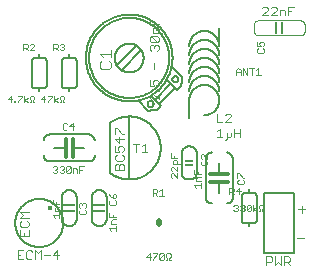
<source format=gto>
G75*
%MOIN*%
%OFA0B0*%
%FSLAX25Y25*%
%IPPOS*%
%LPD*%
%AMOC8*
5,1,8,0,0,1.08239X$1,22.5*
%
%ADD10C,0.00200*%
%ADD11C,0.00500*%
%ADD12C,0.00300*%
%ADD13R,0.03000X0.00750*%
%ADD14R,0.04000X0.01000*%
%ADD15C,0.00600*%
%ADD16C,0.01200*%
%ADD17C,0.00400*%
%ADD18R,0.01000X0.04000*%
%ADD19C,0.01600*%
%ADD20C,0.02000*%
%ADD21R,0.01000X0.01500*%
D10*
X0016776Y0018052D02*
X0016042Y0018786D01*
X0018244Y0018786D01*
X0018244Y0018052D02*
X0018244Y0019520D01*
X0018244Y0020262D02*
X0016776Y0020262D01*
X0016776Y0021363D01*
X0017143Y0021730D01*
X0018244Y0021730D01*
X0018244Y0022472D02*
X0016042Y0022472D01*
X0016042Y0023939D01*
X0017143Y0023206D02*
X0017143Y0022472D01*
X0024842Y0022468D02*
X0024842Y0021734D01*
X0025209Y0021367D01*
X0025209Y0020625D02*
X0024842Y0020258D01*
X0024842Y0019524D01*
X0025209Y0019157D01*
X0026677Y0019157D01*
X0027044Y0019524D01*
X0027044Y0020258D01*
X0026677Y0020625D01*
X0026677Y0021367D02*
X0027044Y0021734D01*
X0027044Y0022468D01*
X0026677Y0022835D01*
X0026310Y0022835D01*
X0025943Y0022468D01*
X0025943Y0022101D01*
X0025943Y0022468D02*
X0025576Y0022835D01*
X0025209Y0022835D01*
X0024842Y0022468D01*
X0034892Y0022734D02*
X0035259Y0022367D01*
X0036727Y0022367D01*
X0037094Y0022734D01*
X0037094Y0023468D01*
X0036727Y0023835D01*
X0036727Y0024577D02*
X0035993Y0024577D01*
X0035993Y0025677D01*
X0036360Y0026044D01*
X0036727Y0026044D01*
X0037094Y0025677D01*
X0037094Y0024944D01*
X0036727Y0024577D01*
X0035993Y0024577D02*
X0035259Y0025310D01*
X0034892Y0026044D01*
X0035259Y0023835D02*
X0034892Y0023468D01*
X0034892Y0022734D01*
X0034892Y0019625D02*
X0034892Y0018157D01*
X0037094Y0018157D01*
X0037094Y0017415D02*
X0035993Y0017415D01*
X0035626Y0017048D01*
X0035626Y0015947D01*
X0037094Y0015947D01*
X0037094Y0015205D02*
X0037094Y0013737D01*
X0037094Y0014471D02*
X0034892Y0014471D01*
X0035626Y0013737D01*
X0035993Y0018157D02*
X0035993Y0018891D01*
X0049434Y0025367D02*
X0049434Y0027569D01*
X0050535Y0027569D01*
X0050902Y0027202D01*
X0050902Y0026468D01*
X0050535Y0026101D01*
X0049434Y0026101D01*
X0050168Y0026101D02*
X0050902Y0025367D01*
X0051644Y0025367D02*
X0053112Y0025367D01*
X0052378Y0025367D02*
X0052378Y0027569D01*
X0051644Y0026835D01*
X0055809Y0031367D02*
X0055442Y0031734D01*
X0055442Y0032468D01*
X0055809Y0032835D01*
X0056176Y0032835D01*
X0057644Y0031367D01*
X0057644Y0032835D01*
X0057644Y0033577D02*
X0056176Y0035044D01*
X0055809Y0035044D01*
X0055442Y0034677D01*
X0055442Y0033944D01*
X0055809Y0033577D01*
X0057644Y0033577D02*
X0057644Y0035044D01*
X0057644Y0035786D02*
X0057644Y0036887D01*
X0057277Y0037254D01*
X0056543Y0037254D01*
X0056176Y0036887D01*
X0056176Y0035786D01*
X0058378Y0035786D01*
X0057644Y0037996D02*
X0055442Y0037996D01*
X0055442Y0039464D01*
X0056543Y0038730D02*
X0056543Y0037996D01*
X0063242Y0033939D02*
X0063242Y0032472D01*
X0065444Y0032472D01*
X0065444Y0031730D02*
X0064343Y0031730D01*
X0063976Y0031363D01*
X0063976Y0030262D01*
X0065444Y0030262D01*
X0065444Y0029520D02*
X0065444Y0028052D01*
X0065444Y0028786D02*
X0063242Y0028786D01*
X0063976Y0028052D01*
X0064343Y0032472D02*
X0064343Y0033206D01*
X0065809Y0035447D02*
X0067277Y0035447D01*
X0067644Y0035814D01*
X0067644Y0036548D01*
X0067277Y0036915D01*
X0067644Y0037657D02*
X0066176Y0039125D01*
X0065809Y0039125D01*
X0065442Y0038758D01*
X0065442Y0038024D01*
X0065809Y0037657D01*
X0065809Y0036915D02*
X0065442Y0036548D01*
X0065442Y0035814D01*
X0065809Y0035447D01*
X0067644Y0037657D02*
X0067644Y0039125D01*
X0077642Y0032835D02*
X0078009Y0032835D01*
X0079477Y0031367D01*
X0079844Y0031367D01*
X0079477Y0030625D02*
X0079844Y0030258D01*
X0079844Y0029524D01*
X0079477Y0029157D01*
X0078009Y0029157D01*
X0077642Y0029524D01*
X0077642Y0030258D01*
X0078009Y0030625D01*
X0077642Y0031367D02*
X0077642Y0032835D01*
X0078285Y0028069D02*
X0077184Y0026968D01*
X0078652Y0026968D01*
X0078285Y0025867D02*
X0078285Y0028069D01*
X0076443Y0027702D02*
X0076443Y0026968D01*
X0076076Y0026601D01*
X0074975Y0026601D01*
X0075709Y0026601D02*
X0076443Y0025867D01*
X0074975Y0025867D02*
X0074975Y0028069D01*
X0076076Y0028069D01*
X0076443Y0027702D01*
X0076671Y0022369D02*
X0077405Y0022369D01*
X0077772Y0022002D01*
X0077772Y0021635D01*
X0077405Y0021268D01*
X0077772Y0020901D01*
X0077772Y0020534D01*
X0077405Y0020167D01*
X0076671Y0020167D01*
X0076304Y0020534D01*
X0077038Y0021268D02*
X0077405Y0021268D01*
X0076304Y0022002D02*
X0076671Y0022369D01*
X0078514Y0022002D02*
X0078881Y0022369D01*
X0079615Y0022369D01*
X0079982Y0022002D01*
X0079982Y0021635D01*
X0079615Y0021268D01*
X0079982Y0020901D01*
X0079982Y0020534D01*
X0079615Y0020167D01*
X0078881Y0020167D01*
X0078514Y0020534D01*
X0079248Y0021268D02*
X0079615Y0021268D01*
X0080724Y0020534D02*
X0080724Y0022002D01*
X0081091Y0022369D01*
X0081824Y0022369D01*
X0082191Y0022002D01*
X0080724Y0020534D01*
X0081091Y0020167D01*
X0081824Y0020167D01*
X0082191Y0020534D01*
X0082191Y0022002D01*
X0082933Y0022369D02*
X0082933Y0020167D01*
X0082933Y0020901D02*
X0084034Y0021635D01*
X0084775Y0022002D02*
X0085142Y0022369D01*
X0085876Y0022369D01*
X0086243Y0022002D01*
X0086243Y0021268D01*
X0085876Y0020901D01*
X0085876Y0020167D01*
X0086243Y0020167D01*
X0085142Y0020167D02*
X0085142Y0020901D01*
X0084775Y0021268D01*
X0084775Y0022002D01*
X0084775Y0020167D02*
X0085142Y0020167D01*
X0084034Y0020167D02*
X0082933Y0020901D01*
X0055322Y0005802D02*
X0055322Y0005068D01*
X0054955Y0004701D01*
X0054955Y0003967D01*
X0055322Y0003967D01*
X0054221Y0003967D02*
X0054221Y0004701D01*
X0053854Y0005068D01*
X0053854Y0005802D01*
X0054221Y0006169D01*
X0054955Y0006169D01*
X0055322Y0005802D01*
X0054221Y0003967D02*
X0053854Y0003967D01*
X0053112Y0004334D02*
X0052745Y0003967D01*
X0052011Y0003967D01*
X0051644Y0004334D01*
X0053112Y0005802D01*
X0053112Y0004334D01*
X0053112Y0005802D02*
X0052745Y0006169D01*
X0052011Y0006169D01*
X0051644Y0005802D01*
X0051644Y0004334D01*
X0050902Y0005802D02*
X0049434Y0004334D01*
X0049434Y0003967D01*
X0048326Y0003967D02*
X0048326Y0006169D01*
X0047225Y0005068D01*
X0048693Y0005068D01*
X0049434Y0006169D02*
X0050902Y0006169D01*
X0050902Y0005802D01*
X0024959Y0032967D02*
X0024959Y0035169D01*
X0026427Y0035169D01*
X0025693Y0034068D02*
X0024959Y0034068D01*
X0024217Y0034068D02*
X0024217Y0032967D01*
X0024217Y0034068D02*
X0023850Y0034435D01*
X0022749Y0034435D01*
X0022749Y0032967D01*
X0022007Y0033334D02*
X0021640Y0032967D01*
X0020906Y0032967D01*
X0020539Y0033334D01*
X0022007Y0034802D01*
X0022007Y0033334D01*
X0022007Y0034802D02*
X0021640Y0035169D01*
X0020906Y0035169D01*
X0020539Y0034802D01*
X0020539Y0033334D01*
X0019797Y0033334D02*
X0019430Y0032967D01*
X0018697Y0032967D01*
X0018330Y0033334D01*
X0017588Y0033334D02*
X0017221Y0032967D01*
X0016487Y0032967D01*
X0016120Y0033334D01*
X0016854Y0034068D02*
X0017221Y0034068D01*
X0017588Y0033701D01*
X0017588Y0033334D01*
X0017221Y0034068D02*
X0017588Y0034435D01*
X0017588Y0034802D01*
X0017221Y0035169D01*
X0016487Y0035169D01*
X0016120Y0034802D01*
X0018330Y0034802D02*
X0018697Y0035169D01*
X0019430Y0035169D01*
X0019797Y0034802D01*
X0019797Y0034435D01*
X0019430Y0034068D01*
X0019797Y0033701D01*
X0019797Y0033334D01*
X0019430Y0034068D02*
X0019063Y0034068D01*
X0019801Y0047367D02*
X0020535Y0047367D01*
X0020902Y0047734D01*
X0021644Y0048468D02*
X0023112Y0048468D01*
X0022745Y0047367D02*
X0022745Y0049569D01*
X0021644Y0048468D01*
X0020902Y0049202D02*
X0020535Y0049569D01*
X0019801Y0049569D01*
X0019434Y0049202D01*
X0019434Y0047734D01*
X0019801Y0047367D01*
X0019902Y0056467D02*
X0019535Y0056467D01*
X0019535Y0057201D01*
X0019902Y0057568D01*
X0019902Y0058302D01*
X0019535Y0058669D01*
X0018801Y0058669D01*
X0018434Y0058302D01*
X0018434Y0057568D01*
X0018801Y0057201D01*
X0018801Y0056467D01*
X0018434Y0056467D01*
X0017694Y0056467D02*
X0016593Y0057201D01*
X0017694Y0057935D01*
X0016593Y0058669D02*
X0016593Y0056467D01*
X0015851Y0058302D02*
X0014383Y0056834D01*
X0014383Y0056467D01*
X0013274Y0056467D02*
X0013274Y0058669D01*
X0012173Y0057568D01*
X0013641Y0057568D01*
X0014383Y0058669D02*
X0015851Y0058669D01*
X0015851Y0058302D01*
X0009902Y0058302D02*
X0009902Y0057568D01*
X0009535Y0057201D01*
X0009535Y0056467D01*
X0009902Y0056467D01*
X0008801Y0056467D02*
X0008801Y0057201D01*
X0008434Y0057568D01*
X0008434Y0058302D01*
X0008801Y0058669D01*
X0009535Y0058669D01*
X0009902Y0058302D01*
X0008801Y0056467D02*
X0008434Y0056467D01*
X0007694Y0056467D02*
X0006593Y0057201D01*
X0007694Y0057935D01*
X0006593Y0058669D02*
X0006593Y0056467D01*
X0005851Y0058302D02*
X0004383Y0056834D01*
X0004383Y0056467D01*
X0003645Y0056467D02*
X0003278Y0056467D01*
X0003278Y0056834D01*
X0003645Y0056834D01*
X0003645Y0056467D01*
X0002536Y0057568D02*
X0001068Y0057568D01*
X0002169Y0058669D01*
X0002169Y0056467D01*
X0004383Y0058669D02*
X0005851Y0058669D01*
X0005851Y0058302D01*
X0006225Y0073867D02*
X0006225Y0076069D01*
X0007326Y0076069D01*
X0007693Y0075702D01*
X0007693Y0074968D01*
X0007326Y0074601D01*
X0006225Y0074601D01*
X0006959Y0074601D02*
X0007693Y0073867D01*
X0008434Y0073867D02*
X0009902Y0075335D01*
X0009902Y0075702D01*
X0009535Y0076069D01*
X0008801Y0076069D01*
X0008434Y0075702D01*
X0008434Y0073867D02*
X0009902Y0073867D01*
X0016225Y0073867D02*
X0016225Y0076069D01*
X0017326Y0076069D01*
X0017693Y0075702D01*
X0017693Y0074968D01*
X0017326Y0074601D01*
X0016225Y0074601D01*
X0016959Y0074601D02*
X0017693Y0073867D01*
X0018434Y0074234D02*
X0018801Y0073867D01*
X0019535Y0073867D01*
X0019902Y0074234D01*
X0019902Y0074601D01*
X0019535Y0074968D01*
X0019168Y0074968D01*
X0019535Y0074968D02*
X0019902Y0075335D01*
X0019902Y0075702D01*
X0019535Y0076069D01*
X0018801Y0076069D01*
X0018434Y0075702D01*
X0077225Y0067085D02*
X0077225Y0065617D01*
X0077225Y0066718D02*
X0078692Y0066718D01*
X0078692Y0067085D02*
X0078692Y0065617D01*
X0079434Y0065617D02*
X0079434Y0067819D01*
X0080902Y0065617D01*
X0080902Y0067819D01*
X0081644Y0067819D02*
X0083112Y0067819D01*
X0082378Y0067819D02*
X0082378Y0065617D01*
X0083854Y0065617D02*
X0085322Y0065617D01*
X0084588Y0065617D02*
X0084588Y0067819D01*
X0083854Y0067085D01*
X0078692Y0067085D02*
X0077959Y0067819D01*
X0077225Y0067085D01*
X0084242Y0073314D02*
X0084609Y0072947D01*
X0086077Y0072947D01*
X0086444Y0073314D01*
X0086444Y0074048D01*
X0086077Y0074415D01*
X0086077Y0075157D02*
X0086444Y0075524D01*
X0086444Y0076258D01*
X0086077Y0076625D01*
X0085343Y0076625D01*
X0084976Y0076258D01*
X0084976Y0075891D01*
X0085343Y0075157D01*
X0084242Y0075157D01*
X0084242Y0076625D01*
X0084609Y0074415D02*
X0084242Y0074048D01*
X0084242Y0073314D01*
D11*
X0071544Y0075267D02*
X0071544Y0081267D01*
X0066544Y0080267D02*
X0066684Y0080265D01*
X0066824Y0080259D01*
X0066964Y0080249D01*
X0067104Y0080236D01*
X0067243Y0080218D01*
X0067382Y0080196D01*
X0067519Y0080171D01*
X0067657Y0080142D01*
X0067793Y0080109D01*
X0067928Y0080072D01*
X0068062Y0080031D01*
X0068195Y0079986D01*
X0068327Y0079938D01*
X0068457Y0079886D01*
X0068586Y0079831D01*
X0068713Y0079772D01*
X0068839Y0079709D01*
X0068963Y0079643D01*
X0069084Y0079574D01*
X0069204Y0079501D01*
X0069322Y0079424D01*
X0069437Y0079345D01*
X0069551Y0079262D01*
X0069661Y0079176D01*
X0069770Y0079087D01*
X0069876Y0078995D01*
X0069979Y0078900D01*
X0070080Y0078803D01*
X0070177Y0078702D01*
X0070272Y0078599D01*
X0070364Y0078493D01*
X0070453Y0078384D01*
X0070539Y0078274D01*
X0070622Y0078160D01*
X0070701Y0078045D01*
X0070778Y0077927D01*
X0070851Y0077807D01*
X0070920Y0077686D01*
X0070986Y0077562D01*
X0071049Y0077436D01*
X0071108Y0077309D01*
X0071163Y0077180D01*
X0071215Y0077050D01*
X0071263Y0076918D01*
X0071308Y0076785D01*
X0071349Y0076651D01*
X0071386Y0076516D01*
X0071419Y0076380D01*
X0071448Y0076242D01*
X0071473Y0076105D01*
X0071495Y0075966D01*
X0071513Y0075827D01*
X0071526Y0075687D01*
X0071536Y0075547D01*
X0071542Y0075407D01*
X0071544Y0075267D01*
X0066544Y0080267D02*
X0066404Y0080265D01*
X0066264Y0080259D01*
X0066124Y0080249D01*
X0065984Y0080236D01*
X0065845Y0080218D01*
X0065706Y0080196D01*
X0065569Y0080171D01*
X0065431Y0080142D01*
X0065295Y0080109D01*
X0065160Y0080072D01*
X0065026Y0080031D01*
X0064893Y0079986D01*
X0064761Y0079938D01*
X0064631Y0079886D01*
X0064502Y0079831D01*
X0064375Y0079772D01*
X0064249Y0079709D01*
X0064125Y0079643D01*
X0064004Y0079574D01*
X0063884Y0079501D01*
X0063766Y0079424D01*
X0063651Y0079345D01*
X0063537Y0079262D01*
X0063427Y0079176D01*
X0063318Y0079087D01*
X0063212Y0078995D01*
X0063109Y0078900D01*
X0063008Y0078803D01*
X0062911Y0078702D01*
X0062816Y0078599D01*
X0062724Y0078493D01*
X0062635Y0078384D01*
X0062549Y0078274D01*
X0062466Y0078160D01*
X0062387Y0078045D01*
X0062310Y0077927D01*
X0062237Y0077807D01*
X0062168Y0077686D01*
X0062102Y0077562D01*
X0062039Y0077436D01*
X0061980Y0077309D01*
X0061925Y0077180D01*
X0061873Y0077050D01*
X0061825Y0076918D01*
X0061780Y0076785D01*
X0061739Y0076651D01*
X0061702Y0076516D01*
X0061669Y0076380D01*
X0061640Y0076242D01*
X0061615Y0076105D01*
X0061593Y0075966D01*
X0061575Y0075827D01*
X0061562Y0075687D01*
X0061552Y0075547D01*
X0061546Y0075407D01*
X0061544Y0075267D01*
X0066544Y0077267D02*
X0066684Y0077265D01*
X0066824Y0077259D01*
X0066964Y0077249D01*
X0067104Y0077236D01*
X0067243Y0077218D01*
X0067382Y0077196D01*
X0067519Y0077171D01*
X0067657Y0077142D01*
X0067793Y0077109D01*
X0067928Y0077072D01*
X0068062Y0077031D01*
X0068195Y0076986D01*
X0068327Y0076938D01*
X0068457Y0076886D01*
X0068586Y0076831D01*
X0068713Y0076772D01*
X0068839Y0076709D01*
X0068963Y0076643D01*
X0069084Y0076574D01*
X0069204Y0076501D01*
X0069322Y0076424D01*
X0069437Y0076345D01*
X0069551Y0076262D01*
X0069661Y0076176D01*
X0069770Y0076087D01*
X0069876Y0075995D01*
X0069979Y0075900D01*
X0070080Y0075803D01*
X0070177Y0075702D01*
X0070272Y0075599D01*
X0070364Y0075493D01*
X0070453Y0075384D01*
X0070539Y0075274D01*
X0070622Y0075160D01*
X0070701Y0075045D01*
X0070778Y0074927D01*
X0070851Y0074807D01*
X0070920Y0074686D01*
X0070986Y0074562D01*
X0071049Y0074436D01*
X0071108Y0074309D01*
X0071163Y0074180D01*
X0071215Y0074050D01*
X0071263Y0073918D01*
X0071308Y0073785D01*
X0071349Y0073651D01*
X0071386Y0073516D01*
X0071419Y0073380D01*
X0071448Y0073242D01*
X0071473Y0073105D01*
X0071495Y0072966D01*
X0071513Y0072827D01*
X0071526Y0072687D01*
X0071536Y0072547D01*
X0071542Y0072407D01*
X0071544Y0072267D01*
X0066544Y0077267D02*
X0066404Y0077265D01*
X0066264Y0077259D01*
X0066124Y0077249D01*
X0065984Y0077236D01*
X0065845Y0077218D01*
X0065706Y0077196D01*
X0065569Y0077171D01*
X0065431Y0077142D01*
X0065295Y0077109D01*
X0065160Y0077072D01*
X0065026Y0077031D01*
X0064893Y0076986D01*
X0064761Y0076938D01*
X0064631Y0076886D01*
X0064502Y0076831D01*
X0064375Y0076772D01*
X0064249Y0076709D01*
X0064125Y0076643D01*
X0064004Y0076574D01*
X0063884Y0076501D01*
X0063766Y0076424D01*
X0063651Y0076345D01*
X0063537Y0076262D01*
X0063427Y0076176D01*
X0063318Y0076087D01*
X0063212Y0075995D01*
X0063109Y0075900D01*
X0063008Y0075803D01*
X0062911Y0075702D01*
X0062816Y0075599D01*
X0062724Y0075493D01*
X0062635Y0075384D01*
X0062549Y0075274D01*
X0062466Y0075160D01*
X0062387Y0075045D01*
X0062310Y0074927D01*
X0062237Y0074807D01*
X0062168Y0074686D01*
X0062102Y0074562D01*
X0062039Y0074436D01*
X0061980Y0074309D01*
X0061925Y0074180D01*
X0061873Y0074050D01*
X0061825Y0073918D01*
X0061780Y0073785D01*
X0061739Y0073651D01*
X0061702Y0073516D01*
X0061669Y0073380D01*
X0061640Y0073242D01*
X0061615Y0073105D01*
X0061593Y0072966D01*
X0061575Y0072827D01*
X0061562Y0072687D01*
X0061552Y0072547D01*
X0061546Y0072407D01*
X0061544Y0072267D01*
X0066544Y0074267D02*
X0066684Y0074265D01*
X0066824Y0074259D01*
X0066964Y0074249D01*
X0067104Y0074236D01*
X0067243Y0074218D01*
X0067382Y0074196D01*
X0067519Y0074171D01*
X0067657Y0074142D01*
X0067793Y0074109D01*
X0067928Y0074072D01*
X0068062Y0074031D01*
X0068195Y0073986D01*
X0068327Y0073938D01*
X0068457Y0073886D01*
X0068586Y0073831D01*
X0068713Y0073772D01*
X0068839Y0073709D01*
X0068963Y0073643D01*
X0069084Y0073574D01*
X0069204Y0073501D01*
X0069322Y0073424D01*
X0069437Y0073345D01*
X0069551Y0073262D01*
X0069661Y0073176D01*
X0069770Y0073087D01*
X0069876Y0072995D01*
X0069979Y0072900D01*
X0070080Y0072803D01*
X0070177Y0072702D01*
X0070272Y0072599D01*
X0070364Y0072493D01*
X0070453Y0072384D01*
X0070539Y0072274D01*
X0070622Y0072160D01*
X0070701Y0072045D01*
X0070778Y0071927D01*
X0070851Y0071807D01*
X0070920Y0071686D01*
X0070986Y0071562D01*
X0071049Y0071436D01*
X0071108Y0071309D01*
X0071163Y0071180D01*
X0071215Y0071050D01*
X0071263Y0070918D01*
X0071308Y0070785D01*
X0071349Y0070651D01*
X0071386Y0070516D01*
X0071419Y0070380D01*
X0071448Y0070242D01*
X0071473Y0070105D01*
X0071495Y0069966D01*
X0071513Y0069827D01*
X0071526Y0069687D01*
X0071536Y0069547D01*
X0071542Y0069407D01*
X0071544Y0069267D01*
X0066544Y0074267D02*
X0066404Y0074265D01*
X0066264Y0074259D01*
X0066124Y0074249D01*
X0065984Y0074236D01*
X0065845Y0074218D01*
X0065706Y0074196D01*
X0065569Y0074171D01*
X0065431Y0074142D01*
X0065295Y0074109D01*
X0065160Y0074072D01*
X0065026Y0074031D01*
X0064893Y0073986D01*
X0064761Y0073938D01*
X0064631Y0073886D01*
X0064502Y0073831D01*
X0064375Y0073772D01*
X0064249Y0073709D01*
X0064125Y0073643D01*
X0064004Y0073574D01*
X0063884Y0073501D01*
X0063766Y0073424D01*
X0063651Y0073345D01*
X0063537Y0073262D01*
X0063427Y0073176D01*
X0063318Y0073087D01*
X0063212Y0072995D01*
X0063109Y0072900D01*
X0063008Y0072803D01*
X0062911Y0072702D01*
X0062816Y0072599D01*
X0062724Y0072493D01*
X0062635Y0072384D01*
X0062549Y0072274D01*
X0062466Y0072160D01*
X0062387Y0072045D01*
X0062310Y0071927D01*
X0062237Y0071807D01*
X0062168Y0071686D01*
X0062102Y0071562D01*
X0062039Y0071436D01*
X0061980Y0071309D01*
X0061925Y0071180D01*
X0061873Y0071050D01*
X0061825Y0070918D01*
X0061780Y0070785D01*
X0061739Y0070651D01*
X0061702Y0070516D01*
X0061669Y0070380D01*
X0061640Y0070242D01*
X0061615Y0070105D01*
X0061593Y0069966D01*
X0061575Y0069827D01*
X0061562Y0069687D01*
X0061552Y0069547D01*
X0061546Y0069407D01*
X0061544Y0069267D01*
X0059139Y0064940D02*
X0055771Y0068308D01*
X0059139Y0064940D02*
X0059027Y0063464D01*
X0058914Y0061987D01*
X0057630Y0060704D01*
X0054284Y0064050D01*
X0055394Y0062805D02*
X0049987Y0057398D01*
X0048774Y0058541D02*
X0052121Y0055195D01*
X0050837Y0053911D01*
X0049367Y0053804D01*
X0047896Y0053697D01*
X0044687Y0056906D01*
X0047651Y0055987D02*
X0047653Y0056050D01*
X0047659Y0056112D01*
X0047669Y0056174D01*
X0047682Y0056236D01*
X0047700Y0056296D01*
X0047721Y0056355D01*
X0047746Y0056413D01*
X0047775Y0056469D01*
X0047807Y0056523D01*
X0047842Y0056575D01*
X0047880Y0056624D01*
X0047922Y0056672D01*
X0047966Y0056716D01*
X0048014Y0056758D01*
X0048063Y0056796D01*
X0048115Y0056831D01*
X0048169Y0056863D01*
X0048225Y0056892D01*
X0048283Y0056917D01*
X0048342Y0056938D01*
X0048402Y0056956D01*
X0048464Y0056969D01*
X0048526Y0056979D01*
X0048588Y0056985D01*
X0048651Y0056987D01*
X0048714Y0056985D01*
X0048776Y0056979D01*
X0048838Y0056969D01*
X0048900Y0056956D01*
X0048960Y0056938D01*
X0049019Y0056917D01*
X0049077Y0056892D01*
X0049133Y0056863D01*
X0049187Y0056831D01*
X0049239Y0056796D01*
X0049288Y0056758D01*
X0049336Y0056716D01*
X0049380Y0056672D01*
X0049422Y0056624D01*
X0049460Y0056575D01*
X0049495Y0056523D01*
X0049527Y0056469D01*
X0049556Y0056413D01*
X0049581Y0056355D01*
X0049602Y0056296D01*
X0049620Y0056236D01*
X0049633Y0056174D01*
X0049643Y0056112D01*
X0049649Y0056050D01*
X0049651Y0055987D01*
X0049649Y0055924D01*
X0049643Y0055862D01*
X0049633Y0055800D01*
X0049620Y0055738D01*
X0049602Y0055678D01*
X0049581Y0055619D01*
X0049556Y0055561D01*
X0049527Y0055505D01*
X0049495Y0055451D01*
X0049460Y0055399D01*
X0049422Y0055350D01*
X0049380Y0055302D01*
X0049336Y0055258D01*
X0049288Y0055216D01*
X0049239Y0055178D01*
X0049187Y0055143D01*
X0049133Y0055111D01*
X0049077Y0055082D01*
X0049019Y0055057D01*
X0048960Y0055036D01*
X0048900Y0055018D01*
X0048838Y0055005D01*
X0048776Y0054995D01*
X0048714Y0054989D01*
X0048651Y0054987D01*
X0048588Y0054989D01*
X0048526Y0054995D01*
X0048464Y0055005D01*
X0048402Y0055018D01*
X0048342Y0055036D01*
X0048283Y0055057D01*
X0048225Y0055082D01*
X0048169Y0055111D01*
X0048115Y0055143D01*
X0048063Y0055178D01*
X0048014Y0055216D01*
X0047966Y0055258D01*
X0047922Y0055302D01*
X0047880Y0055350D01*
X0047842Y0055399D01*
X0047807Y0055451D01*
X0047775Y0055505D01*
X0047746Y0055561D01*
X0047721Y0055619D01*
X0047700Y0055678D01*
X0047682Y0055738D01*
X0047669Y0055800D01*
X0047659Y0055862D01*
X0047653Y0055924D01*
X0047651Y0055987D01*
X0051485Y0055778D02*
X0054266Y0058559D01*
X0056797Y0061090D01*
X0055904Y0064185D02*
X0055906Y0064248D01*
X0055912Y0064310D01*
X0055922Y0064372D01*
X0055935Y0064434D01*
X0055953Y0064494D01*
X0055974Y0064553D01*
X0055999Y0064611D01*
X0056028Y0064667D01*
X0056060Y0064721D01*
X0056095Y0064773D01*
X0056133Y0064822D01*
X0056175Y0064870D01*
X0056219Y0064914D01*
X0056267Y0064956D01*
X0056316Y0064994D01*
X0056368Y0065029D01*
X0056422Y0065061D01*
X0056478Y0065090D01*
X0056536Y0065115D01*
X0056595Y0065136D01*
X0056655Y0065154D01*
X0056717Y0065167D01*
X0056779Y0065177D01*
X0056841Y0065183D01*
X0056904Y0065185D01*
X0056967Y0065183D01*
X0057029Y0065177D01*
X0057091Y0065167D01*
X0057153Y0065154D01*
X0057213Y0065136D01*
X0057272Y0065115D01*
X0057330Y0065090D01*
X0057386Y0065061D01*
X0057440Y0065029D01*
X0057492Y0064994D01*
X0057541Y0064956D01*
X0057589Y0064914D01*
X0057633Y0064870D01*
X0057675Y0064822D01*
X0057713Y0064773D01*
X0057748Y0064721D01*
X0057780Y0064667D01*
X0057809Y0064611D01*
X0057834Y0064553D01*
X0057855Y0064494D01*
X0057873Y0064434D01*
X0057886Y0064372D01*
X0057896Y0064310D01*
X0057902Y0064248D01*
X0057904Y0064185D01*
X0057902Y0064122D01*
X0057896Y0064060D01*
X0057886Y0063998D01*
X0057873Y0063936D01*
X0057855Y0063876D01*
X0057834Y0063817D01*
X0057809Y0063759D01*
X0057780Y0063703D01*
X0057748Y0063649D01*
X0057713Y0063597D01*
X0057675Y0063548D01*
X0057633Y0063500D01*
X0057589Y0063456D01*
X0057541Y0063414D01*
X0057492Y0063376D01*
X0057440Y0063341D01*
X0057386Y0063309D01*
X0057330Y0063280D01*
X0057272Y0063255D01*
X0057213Y0063234D01*
X0057153Y0063216D01*
X0057091Y0063203D01*
X0057029Y0063193D01*
X0056967Y0063187D01*
X0056904Y0063185D01*
X0056841Y0063187D01*
X0056779Y0063193D01*
X0056717Y0063203D01*
X0056655Y0063216D01*
X0056595Y0063234D01*
X0056536Y0063255D01*
X0056478Y0063280D01*
X0056422Y0063309D01*
X0056368Y0063341D01*
X0056316Y0063376D01*
X0056267Y0063414D01*
X0056219Y0063456D01*
X0056175Y0063500D01*
X0056133Y0063548D01*
X0056095Y0063597D01*
X0056060Y0063649D01*
X0056028Y0063703D01*
X0055999Y0063759D01*
X0055974Y0063817D01*
X0055953Y0063876D01*
X0055935Y0063936D01*
X0055922Y0063998D01*
X0055912Y0064060D01*
X0055906Y0064122D01*
X0055904Y0064185D01*
X0061544Y0057267D02*
X0061544Y0051267D01*
X0066544Y0052267D02*
X0066684Y0052269D01*
X0066824Y0052275D01*
X0066964Y0052285D01*
X0067104Y0052298D01*
X0067243Y0052316D01*
X0067382Y0052338D01*
X0067519Y0052363D01*
X0067657Y0052392D01*
X0067793Y0052425D01*
X0067928Y0052462D01*
X0068062Y0052503D01*
X0068195Y0052548D01*
X0068327Y0052596D01*
X0068457Y0052648D01*
X0068586Y0052703D01*
X0068713Y0052762D01*
X0068839Y0052825D01*
X0068963Y0052891D01*
X0069084Y0052960D01*
X0069204Y0053033D01*
X0069322Y0053110D01*
X0069437Y0053189D01*
X0069551Y0053272D01*
X0069661Y0053358D01*
X0069770Y0053447D01*
X0069876Y0053539D01*
X0069979Y0053634D01*
X0070080Y0053731D01*
X0070177Y0053832D01*
X0070272Y0053935D01*
X0070364Y0054041D01*
X0070453Y0054150D01*
X0070539Y0054260D01*
X0070622Y0054374D01*
X0070701Y0054489D01*
X0070778Y0054607D01*
X0070851Y0054727D01*
X0070920Y0054848D01*
X0070986Y0054972D01*
X0071049Y0055098D01*
X0071108Y0055225D01*
X0071163Y0055354D01*
X0071215Y0055484D01*
X0071263Y0055616D01*
X0071308Y0055749D01*
X0071349Y0055883D01*
X0071386Y0056018D01*
X0071419Y0056154D01*
X0071448Y0056292D01*
X0071473Y0056429D01*
X0071495Y0056568D01*
X0071513Y0056707D01*
X0071526Y0056847D01*
X0071536Y0056987D01*
X0071542Y0057127D01*
X0071544Y0057267D01*
X0071542Y0057407D01*
X0071536Y0057547D01*
X0071526Y0057687D01*
X0071513Y0057827D01*
X0071495Y0057966D01*
X0071473Y0058105D01*
X0071448Y0058242D01*
X0071419Y0058380D01*
X0071386Y0058516D01*
X0071349Y0058651D01*
X0071308Y0058785D01*
X0071263Y0058918D01*
X0071215Y0059050D01*
X0071163Y0059180D01*
X0071108Y0059309D01*
X0071049Y0059436D01*
X0070986Y0059562D01*
X0070920Y0059686D01*
X0070851Y0059807D01*
X0070778Y0059927D01*
X0070701Y0060045D01*
X0070622Y0060160D01*
X0070539Y0060274D01*
X0070453Y0060384D01*
X0070364Y0060493D01*
X0070272Y0060599D01*
X0070177Y0060702D01*
X0070080Y0060803D01*
X0069979Y0060900D01*
X0069876Y0060995D01*
X0069770Y0061087D01*
X0069661Y0061176D01*
X0069551Y0061262D01*
X0069437Y0061345D01*
X0069322Y0061424D01*
X0069204Y0061501D01*
X0069084Y0061574D01*
X0068963Y0061643D01*
X0068839Y0061709D01*
X0068713Y0061772D01*
X0068586Y0061831D01*
X0068457Y0061886D01*
X0068327Y0061938D01*
X0068195Y0061986D01*
X0068062Y0062031D01*
X0067928Y0062072D01*
X0067793Y0062109D01*
X0067657Y0062142D01*
X0067519Y0062171D01*
X0067382Y0062196D01*
X0067243Y0062218D01*
X0067104Y0062236D01*
X0066964Y0062249D01*
X0066824Y0062259D01*
X0066684Y0062265D01*
X0066544Y0062267D01*
X0071544Y0063267D02*
X0071542Y0063407D01*
X0071536Y0063547D01*
X0071526Y0063687D01*
X0071513Y0063827D01*
X0071495Y0063966D01*
X0071473Y0064105D01*
X0071448Y0064242D01*
X0071419Y0064380D01*
X0071386Y0064516D01*
X0071349Y0064651D01*
X0071308Y0064785D01*
X0071263Y0064918D01*
X0071215Y0065050D01*
X0071163Y0065180D01*
X0071108Y0065309D01*
X0071049Y0065436D01*
X0070986Y0065562D01*
X0070920Y0065686D01*
X0070851Y0065807D01*
X0070778Y0065927D01*
X0070701Y0066045D01*
X0070622Y0066160D01*
X0070539Y0066274D01*
X0070453Y0066384D01*
X0070364Y0066493D01*
X0070272Y0066599D01*
X0070177Y0066702D01*
X0070080Y0066803D01*
X0069979Y0066900D01*
X0069876Y0066995D01*
X0069770Y0067087D01*
X0069661Y0067176D01*
X0069551Y0067262D01*
X0069437Y0067345D01*
X0069322Y0067424D01*
X0069204Y0067501D01*
X0069084Y0067574D01*
X0068963Y0067643D01*
X0068839Y0067709D01*
X0068713Y0067772D01*
X0068586Y0067831D01*
X0068457Y0067886D01*
X0068327Y0067938D01*
X0068195Y0067986D01*
X0068062Y0068031D01*
X0067928Y0068072D01*
X0067793Y0068109D01*
X0067657Y0068142D01*
X0067519Y0068171D01*
X0067382Y0068196D01*
X0067243Y0068218D01*
X0067104Y0068236D01*
X0066964Y0068249D01*
X0066824Y0068259D01*
X0066684Y0068265D01*
X0066544Y0068267D01*
X0066544Y0071267D02*
X0066684Y0071265D01*
X0066824Y0071259D01*
X0066964Y0071249D01*
X0067104Y0071236D01*
X0067243Y0071218D01*
X0067382Y0071196D01*
X0067519Y0071171D01*
X0067657Y0071142D01*
X0067793Y0071109D01*
X0067928Y0071072D01*
X0068062Y0071031D01*
X0068195Y0070986D01*
X0068327Y0070938D01*
X0068457Y0070886D01*
X0068586Y0070831D01*
X0068713Y0070772D01*
X0068839Y0070709D01*
X0068963Y0070643D01*
X0069084Y0070574D01*
X0069204Y0070501D01*
X0069322Y0070424D01*
X0069437Y0070345D01*
X0069551Y0070262D01*
X0069661Y0070176D01*
X0069770Y0070087D01*
X0069876Y0069995D01*
X0069979Y0069900D01*
X0070080Y0069803D01*
X0070177Y0069702D01*
X0070272Y0069599D01*
X0070364Y0069493D01*
X0070453Y0069384D01*
X0070539Y0069274D01*
X0070622Y0069160D01*
X0070701Y0069045D01*
X0070778Y0068927D01*
X0070851Y0068807D01*
X0070920Y0068686D01*
X0070986Y0068562D01*
X0071049Y0068436D01*
X0071108Y0068309D01*
X0071163Y0068180D01*
X0071215Y0068050D01*
X0071263Y0067918D01*
X0071308Y0067785D01*
X0071349Y0067651D01*
X0071386Y0067516D01*
X0071419Y0067380D01*
X0071448Y0067242D01*
X0071473Y0067105D01*
X0071495Y0066966D01*
X0071513Y0066827D01*
X0071526Y0066687D01*
X0071536Y0066547D01*
X0071542Y0066407D01*
X0071544Y0066267D01*
X0066544Y0071267D02*
X0066404Y0071265D01*
X0066264Y0071259D01*
X0066124Y0071249D01*
X0065984Y0071236D01*
X0065845Y0071218D01*
X0065706Y0071196D01*
X0065569Y0071171D01*
X0065431Y0071142D01*
X0065295Y0071109D01*
X0065160Y0071072D01*
X0065026Y0071031D01*
X0064893Y0070986D01*
X0064761Y0070938D01*
X0064631Y0070886D01*
X0064502Y0070831D01*
X0064375Y0070772D01*
X0064249Y0070709D01*
X0064125Y0070643D01*
X0064004Y0070574D01*
X0063884Y0070501D01*
X0063766Y0070424D01*
X0063651Y0070345D01*
X0063537Y0070262D01*
X0063427Y0070176D01*
X0063318Y0070087D01*
X0063212Y0069995D01*
X0063109Y0069900D01*
X0063008Y0069803D01*
X0062911Y0069702D01*
X0062816Y0069599D01*
X0062724Y0069493D01*
X0062635Y0069384D01*
X0062549Y0069274D01*
X0062466Y0069160D01*
X0062387Y0069045D01*
X0062310Y0068927D01*
X0062237Y0068807D01*
X0062168Y0068686D01*
X0062102Y0068562D01*
X0062039Y0068436D01*
X0061980Y0068309D01*
X0061925Y0068180D01*
X0061873Y0068050D01*
X0061825Y0067918D01*
X0061780Y0067785D01*
X0061739Y0067651D01*
X0061702Y0067516D01*
X0061669Y0067380D01*
X0061640Y0067242D01*
X0061615Y0067105D01*
X0061593Y0066966D01*
X0061575Y0066827D01*
X0061562Y0066687D01*
X0061552Y0066547D01*
X0061546Y0066407D01*
X0061544Y0066267D01*
X0061544Y0063267D02*
X0061546Y0063407D01*
X0061552Y0063547D01*
X0061562Y0063687D01*
X0061575Y0063827D01*
X0061593Y0063966D01*
X0061615Y0064105D01*
X0061640Y0064242D01*
X0061669Y0064380D01*
X0061702Y0064516D01*
X0061739Y0064651D01*
X0061780Y0064785D01*
X0061825Y0064918D01*
X0061873Y0065050D01*
X0061925Y0065180D01*
X0061980Y0065309D01*
X0062039Y0065436D01*
X0062102Y0065562D01*
X0062168Y0065686D01*
X0062237Y0065807D01*
X0062310Y0065927D01*
X0062387Y0066045D01*
X0062466Y0066160D01*
X0062549Y0066274D01*
X0062635Y0066384D01*
X0062724Y0066493D01*
X0062816Y0066599D01*
X0062911Y0066702D01*
X0063008Y0066803D01*
X0063109Y0066900D01*
X0063212Y0066995D01*
X0063318Y0067087D01*
X0063427Y0067176D01*
X0063537Y0067262D01*
X0063651Y0067345D01*
X0063766Y0067424D01*
X0063884Y0067501D01*
X0064004Y0067574D01*
X0064125Y0067643D01*
X0064249Y0067709D01*
X0064375Y0067772D01*
X0064502Y0067831D01*
X0064631Y0067886D01*
X0064761Y0067938D01*
X0064893Y0067986D01*
X0065026Y0068031D01*
X0065160Y0068072D01*
X0065295Y0068109D01*
X0065431Y0068142D01*
X0065569Y0068171D01*
X0065706Y0068196D01*
X0065845Y0068218D01*
X0065984Y0068236D01*
X0066124Y0068249D01*
X0066264Y0068259D01*
X0066404Y0068265D01*
X0066544Y0068267D01*
X0066544Y0065267D02*
X0066684Y0065265D01*
X0066824Y0065259D01*
X0066964Y0065249D01*
X0067104Y0065236D01*
X0067243Y0065218D01*
X0067382Y0065196D01*
X0067519Y0065171D01*
X0067657Y0065142D01*
X0067793Y0065109D01*
X0067928Y0065072D01*
X0068062Y0065031D01*
X0068195Y0064986D01*
X0068327Y0064938D01*
X0068457Y0064886D01*
X0068586Y0064831D01*
X0068713Y0064772D01*
X0068839Y0064709D01*
X0068963Y0064643D01*
X0069084Y0064574D01*
X0069204Y0064501D01*
X0069322Y0064424D01*
X0069437Y0064345D01*
X0069551Y0064262D01*
X0069661Y0064176D01*
X0069770Y0064087D01*
X0069876Y0063995D01*
X0069979Y0063900D01*
X0070080Y0063803D01*
X0070177Y0063702D01*
X0070272Y0063599D01*
X0070364Y0063493D01*
X0070453Y0063384D01*
X0070539Y0063274D01*
X0070622Y0063160D01*
X0070701Y0063045D01*
X0070778Y0062927D01*
X0070851Y0062807D01*
X0070920Y0062686D01*
X0070986Y0062562D01*
X0071049Y0062436D01*
X0071108Y0062309D01*
X0071163Y0062180D01*
X0071215Y0062050D01*
X0071263Y0061918D01*
X0071308Y0061785D01*
X0071349Y0061651D01*
X0071386Y0061516D01*
X0071419Y0061380D01*
X0071448Y0061242D01*
X0071473Y0061105D01*
X0071495Y0060966D01*
X0071513Y0060827D01*
X0071526Y0060687D01*
X0071536Y0060547D01*
X0071542Y0060407D01*
X0071544Y0060267D01*
X0066544Y0065267D02*
X0066404Y0065265D01*
X0066264Y0065259D01*
X0066124Y0065249D01*
X0065984Y0065236D01*
X0065845Y0065218D01*
X0065706Y0065196D01*
X0065569Y0065171D01*
X0065431Y0065142D01*
X0065295Y0065109D01*
X0065160Y0065072D01*
X0065026Y0065031D01*
X0064893Y0064986D01*
X0064761Y0064938D01*
X0064631Y0064886D01*
X0064502Y0064831D01*
X0064375Y0064772D01*
X0064249Y0064709D01*
X0064125Y0064643D01*
X0064004Y0064574D01*
X0063884Y0064501D01*
X0063766Y0064424D01*
X0063651Y0064345D01*
X0063537Y0064262D01*
X0063427Y0064176D01*
X0063318Y0064087D01*
X0063212Y0063995D01*
X0063109Y0063900D01*
X0063008Y0063803D01*
X0062911Y0063702D01*
X0062816Y0063599D01*
X0062724Y0063493D01*
X0062635Y0063384D01*
X0062549Y0063274D01*
X0062466Y0063160D01*
X0062387Y0063045D01*
X0062310Y0062927D01*
X0062237Y0062807D01*
X0062168Y0062686D01*
X0062102Y0062562D01*
X0062039Y0062436D01*
X0061980Y0062309D01*
X0061925Y0062180D01*
X0061873Y0062050D01*
X0061825Y0061918D01*
X0061780Y0061785D01*
X0061739Y0061651D01*
X0061702Y0061516D01*
X0061669Y0061380D01*
X0061640Y0061242D01*
X0061615Y0061105D01*
X0061593Y0060966D01*
X0061575Y0060827D01*
X0061562Y0060687D01*
X0061552Y0060547D01*
X0061546Y0060407D01*
X0061544Y0060267D01*
X0061544Y0057267D02*
X0061546Y0057407D01*
X0061552Y0057547D01*
X0061562Y0057687D01*
X0061575Y0057827D01*
X0061593Y0057966D01*
X0061615Y0058105D01*
X0061640Y0058242D01*
X0061669Y0058380D01*
X0061702Y0058516D01*
X0061739Y0058651D01*
X0061780Y0058785D01*
X0061825Y0058918D01*
X0061873Y0059050D01*
X0061925Y0059180D01*
X0061980Y0059309D01*
X0062039Y0059436D01*
X0062102Y0059562D01*
X0062168Y0059686D01*
X0062237Y0059807D01*
X0062310Y0059927D01*
X0062387Y0060045D01*
X0062466Y0060160D01*
X0062549Y0060274D01*
X0062635Y0060384D01*
X0062724Y0060493D01*
X0062816Y0060599D01*
X0062911Y0060702D01*
X0063008Y0060803D01*
X0063109Y0060900D01*
X0063212Y0060995D01*
X0063318Y0061087D01*
X0063427Y0061176D01*
X0063537Y0061262D01*
X0063651Y0061345D01*
X0063766Y0061424D01*
X0063884Y0061501D01*
X0064004Y0061574D01*
X0064125Y0061643D01*
X0064249Y0061709D01*
X0064375Y0061772D01*
X0064502Y0061831D01*
X0064631Y0061886D01*
X0064761Y0061938D01*
X0064893Y0061986D01*
X0065026Y0062031D01*
X0065160Y0062072D01*
X0065295Y0062109D01*
X0065431Y0062142D01*
X0065569Y0062171D01*
X0065706Y0062196D01*
X0065845Y0062218D01*
X0065984Y0062236D01*
X0066124Y0062249D01*
X0066264Y0062259D01*
X0066404Y0062265D01*
X0066544Y0062267D01*
X0045553Y0073764D02*
X0039045Y0067255D01*
X0037441Y0068859D02*
X0043949Y0075368D01*
X0028209Y0071267D02*
X0028213Y0071594D01*
X0028225Y0071921D01*
X0028245Y0072248D01*
X0028273Y0072574D01*
X0028309Y0072899D01*
X0028353Y0073224D01*
X0028405Y0073547D01*
X0028465Y0073869D01*
X0028533Y0074189D01*
X0028609Y0074507D01*
X0028692Y0074824D01*
X0028783Y0075138D01*
X0028882Y0075450D01*
X0028989Y0075759D01*
X0029103Y0076066D01*
X0029224Y0076370D01*
X0029353Y0076671D01*
X0029489Y0076968D01*
X0029633Y0077263D01*
X0029784Y0077553D01*
X0029941Y0077840D01*
X0030106Y0078123D01*
X0030278Y0078401D01*
X0030456Y0078676D01*
X0030642Y0078945D01*
X0030833Y0079211D01*
X0031031Y0079471D01*
X0031236Y0079727D01*
X0031447Y0079977D01*
X0031663Y0080222D01*
X0031886Y0080462D01*
X0032115Y0080696D01*
X0032349Y0080925D01*
X0032589Y0081148D01*
X0032834Y0081364D01*
X0033084Y0081575D01*
X0033340Y0081780D01*
X0033600Y0081978D01*
X0033866Y0082169D01*
X0034135Y0082355D01*
X0034410Y0082533D01*
X0034688Y0082705D01*
X0034971Y0082870D01*
X0035258Y0083027D01*
X0035548Y0083178D01*
X0035843Y0083322D01*
X0036140Y0083458D01*
X0036441Y0083587D01*
X0036745Y0083708D01*
X0037052Y0083822D01*
X0037361Y0083929D01*
X0037673Y0084028D01*
X0037987Y0084119D01*
X0038304Y0084202D01*
X0038622Y0084278D01*
X0038942Y0084346D01*
X0039264Y0084406D01*
X0039587Y0084458D01*
X0039912Y0084502D01*
X0040237Y0084538D01*
X0040563Y0084566D01*
X0040890Y0084586D01*
X0041217Y0084598D01*
X0041544Y0084602D01*
X0041871Y0084598D01*
X0042198Y0084586D01*
X0042525Y0084566D01*
X0042851Y0084538D01*
X0043176Y0084502D01*
X0043501Y0084458D01*
X0043824Y0084406D01*
X0044146Y0084346D01*
X0044466Y0084278D01*
X0044784Y0084202D01*
X0045101Y0084119D01*
X0045415Y0084028D01*
X0045727Y0083929D01*
X0046036Y0083822D01*
X0046343Y0083708D01*
X0046647Y0083587D01*
X0046948Y0083458D01*
X0047245Y0083322D01*
X0047540Y0083178D01*
X0047830Y0083027D01*
X0048117Y0082870D01*
X0048400Y0082705D01*
X0048678Y0082533D01*
X0048953Y0082355D01*
X0049222Y0082169D01*
X0049488Y0081978D01*
X0049748Y0081780D01*
X0050004Y0081575D01*
X0050254Y0081364D01*
X0050499Y0081148D01*
X0050739Y0080925D01*
X0050973Y0080696D01*
X0051202Y0080462D01*
X0051425Y0080222D01*
X0051641Y0079977D01*
X0051852Y0079727D01*
X0052057Y0079471D01*
X0052255Y0079211D01*
X0052446Y0078945D01*
X0052632Y0078676D01*
X0052810Y0078401D01*
X0052982Y0078123D01*
X0053147Y0077840D01*
X0053304Y0077553D01*
X0053455Y0077263D01*
X0053599Y0076968D01*
X0053735Y0076671D01*
X0053864Y0076370D01*
X0053985Y0076066D01*
X0054099Y0075759D01*
X0054206Y0075450D01*
X0054305Y0075138D01*
X0054396Y0074824D01*
X0054479Y0074507D01*
X0054555Y0074189D01*
X0054623Y0073869D01*
X0054683Y0073547D01*
X0054735Y0073224D01*
X0054779Y0072899D01*
X0054815Y0072574D01*
X0054843Y0072248D01*
X0054863Y0071921D01*
X0054875Y0071594D01*
X0054879Y0071267D01*
X0054875Y0070940D01*
X0054863Y0070613D01*
X0054843Y0070286D01*
X0054815Y0069960D01*
X0054779Y0069635D01*
X0054735Y0069310D01*
X0054683Y0068987D01*
X0054623Y0068665D01*
X0054555Y0068345D01*
X0054479Y0068027D01*
X0054396Y0067710D01*
X0054305Y0067396D01*
X0054206Y0067084D01*
X0054099Y0066775D01*
X0053985Y0066468D01*
X0053864Y0066164D01*
X0053735Y0065863D01*
X0053599Y0065566D01*
X0053455Y0065271D01*
X0053304Y0064981D01*
X0053147Y0064694D01*
X0052982Y0064411D01*
X0052810Y0064133D01*
X0052632Y0063858D01*
X0052446Y0063589D01*
X0052255Y0063323D01*
X0052057Y0063063D01*
X0051852Y0062807D01*
X0051641Y0062557D01*
X0051425Y0062312D01*
X0051202Y0062072D01*
X0050973Y0061838D01*
X0050739Y0061609D01*
X0050499Y0061386D01*
X0050254Y0061170D01*
X0050004Y0060959D01*
X0049748Y0060754D01*
X0049488Y0060556D01*
X0049222Y0060365D01*
X0048953Y0060179D01*
X0048678Y0060001D01*
X0048400Y0059829D01*
X0048117Y0059664D01*
X0047830Y0059507D01*
X0047540Y0059356D01*
X0047245Y0059212D01*
X0046948Y0059076D01*
X0046647Y0058947D01*
X0046343Y0058826D01*
X0046036Y0058712D01*
X0045727Y0058605D01*
X0045415Y0058506D01*
X0045101Y0058415D01*
X0044784Y0058332D01*
X0044466Y0058256D01*
X0044146Y0058188D01*
X0043824Y0058128D01*
X0043501Y0058076D01*
X0043176Y0058032D01*
X0042851Y0057996D01*
X0042525Y0057968D01*
X0042198Y0057948D01*
X0041871Y0057936D01*
X0041544Y0057932D01*
X0041217Y0057936D01*
X0040890Y0057948D01*
X0040563Y0057968D01*
X0040237Y0057996D01*
X0039912Y0058032D01*
X0039587Y0058076D01*
X0039264Y0058128D01*
X0038942Y0058188D01*
X0038622Y0058256D01*
X0038304Y0058332D01*
X0037987Y0058415D01*
X0037673Y0058506D01*
X0037361Y0058605D01*
X0037052Y0058712D01*
X0036745Y0058826D01*
X0036441Y0058947D01*
X0036140Y0059076D01*
X0035843Y0059212D01*
X0035548Y0059356D01*
X0035258Y0059507D01*
X0034971Y0059664D01*
X0034688Y0059829D01*
X0034410Y0060001D01*
X0034135Y0060179D01*
X0033866Y0060365D01*
X0033600Y0060556D01*
X0033340Y0060754D01*
X0033084Y0060959D01*
X0032834Y0061170D01*
X0032589Y0061386D01*
X0032349Y0061609D01*
X0032115Y0061838D01*
X0031886Y0062072D01*
X0031663Y0062312D01*
X0031447Y0062557D01*
X0031236Y0062807D01*
X0031031Y0063063D01*
X0030833Y0063323D01*
X0030642Y0063589D01*
X0030456Y0063858D01*
X0030278Y0064133D01*
X0030106Y0064411D01*
X0029941Y0064694D01*
X0029784Y0064981D01*
X0029633Y0065271D01*
X0029489Y0065566D01*
X0029353Y0065863D01*
X0029224Y0066164D01*
X0029103Y0066468D01*
X0028989Y0066775D01*
X0028882Y0067084D01*
X0028783Y0067396D01*
X0028692Y0067710D01*
X0028609Y0068027D01*
X0028533Y0068345D01*
X0028465Y0068665D01*
X0028405Y0068987D01*
X0028353Y0069310D01*
X0028309Y0069635D01*
X0028273Y0069960D01*
X0028245Y0070286D01*
X0028225Y0070613D01*
X0028213Y0070940D01*
X0028209Y0071267D01*
X0027100Y0071267D02*
X0027104Y0071621D01*
X0027117Y0071976D01*
X0027139Y0072330D01*
X0027170Y0072683D01*
X0027209Y0073035D01*
X0027256Y0073386D01*
X0027313Y0073736D01*
X0027378Y0074085D01*
X0027451Y0074432D01*
X0027533Y0074777D01*
X0027623Y0075119D01*
X0027722Y0075460D01*
X0027829Y0075798D01*
X0027944Y0076133D01*
X0028068Y0076465D01*
X0028199Y0076794D01*
X0028339Y0077120D01*
X0028487Y0077443D01*
X0028642Y0077761D01*
X0028806Y0078076D01*
X0028976Y0078386D01*
X0029155Y0078693D01*
X0029341Y0078995D01*
X0029534Y0079292D01*
X0029735Y0079584D01*
X0029942Y0079871D01*
X0030157Y0080153D01*
X0030379Y0080430D01*
X0030607Y0080701D01*
X0030842Y0080967D01*
X0031083Y0081227D01*
X0031331Y0081480D01*
X0031584Y0081728D01*
X0031844Y0081969D01*
X0032110Y0082204D01*
X0032381Y0082432D01*
X0032658Y0082654D01*
X0032940Y0082869D01*
X0033227Y0083076D01*
X0033519Y0083277D01*
X0033816Y0083470D01*
X0034118Y0083656D01*
X0034425Y0083835D01*
X0034735Y0084005D01*
X0035050Y0084169D01*
X0035368Y0084324D01*
X0035691Y0084472D01*
X0036017Y0084612D01*
X0036346Y0084743D01*
X0036678Y0084867D01*
X0037013Y0084982D01*
X0037351Y0085089D01*
X0037692Y0085188D01*
X0038034Y0085278D01*
X0038379Y0085360D01*
X0038726Y0085433D01*
X0039075Y0085498D01*
X0039425Y0085555D01*
X0039776Y0085602D01*
X0040128Y0085641D01*
X0040481Y0085672D01*
X0040835Y0085694D01*
X0041190Y0085707D01*
X0041544Y0085711D01*
X0041898Y0085707D01*
X0042253Y0085694D01*
X0042607Y0085672D01*
X0042960Y0085641D01*
X0043312Y0085602D01*
X0043663Y0085555D01*
X0044013Y0085498D01*
X0044362Y0085433D01*
X0044709Y0085360D01*
X0045054Y0085278D01*
X0045396Y0085188D01*
X0045737Y0085089D01*
X0046075Y0084982D01*
X0046410Y0084867D01*
X0046742Y0084743D01*
X0047071Y0084612D01*
X0047397Y0084472D01*
X0047720Y0084324D01*
X0048038Y0084169D01*
X0048353Y0084005D01*
X0048663Y0083835D01*
X0048970Y0083656D01*
X0049272Y0083470D01*
X0049569Y0083277D01*
X0049861Y0083076D01*
X0050148Y0082869D01*
X0050430Y0082654D01*
X0050707Y0082432D01*
X0050978Y0082204D01*
X0051244Y0081969D01*
X0051504Y0081728D01*
X0051757Y0081480D01*
X0052005Y0081227D01*
X0052246Y0080967D01*
X0052481Y0080701D01*
X0052709Y0080430D01*
X0052931Y0080153D01*
X0053146Y0079871D01*
X0053353Y0079584D01*
X0053554Y0079292D01*
X0053747Y0078995D01*
X0053933Y0078693D01*
X0054112Y0078386D01*
X0054282Y0078076D01*
X0054446Y0077761D01*
X0054601Y0077443D01*
X0054749Y0077120D01*
X0054889Y0076794D01*
X0055020Y0076465D01*
X0055144Y0076133D01*
X0055259Y0075798D01*
X0055366Y0075460D01*
X0055465Y0075119D01*
X0055555Y0074777D01*
X0055637Y0074432D01*
X0055710Y0074085D01*
X0055775Y0073736D01*
X0055832Y0073386D01*
X0055879Y0073035D01*
X0055918Y0072683D01*
X0055949Y0072330D01*
X0055971Y0071976D01*
X0055984Y0071621D01*
X0055988Y0071267D01*
X0055984Y0070913D01*
X0055971Y0070558D01*
X0055949Y0070204D01*
X0055918Y0069851D01*
X0055879Y0069499D01*
X0055832Y0069148D01*
X0055775Y0068798D01*
X0055710Y0068449D01*
X0055637Y0068102D01*
X0055555Y0067757D01*
X0055465Y0067415D01*
X0055366Y0067074D01*
X0055259Y0066736D01*
X0055144Y0066401D01*
X0055020Y0066069D01*
X0054889Y0065740D01*
X0054749Y0065414D01*
X0054601Y0065091D01*
X0054446Y0064773D01*
X0054282Y0064458D01*
X0054112Y0064148D01*
X0053933Y0063841D01*
X0053747Y0063539D01*
X0053554Y0063242D01*
X0053353Y0062950D01*
X0053146Y0062663D01*
X0052931Y0062381D01*
X0052709Y0062104D01*
X0052481Y0061833D01*
X0052246Y0061567D01*
X0052005Y0061307D01*
X0051757Y0061054D01*
X0051504Y0060806D01*
X0051244Y0060565D01*
X0050978Y0060330D01*
X0050707Y0060102D01*
X0050430Y0059880D01*
X0050148Y0059665D01*
X0049861Y0059458D01*
X0049569Y0059257D01*
X0049272Y0059064D01*
X0048970Y0058878D01*
X0048663Y0058699D01*
X0048353Y0058529D01*
X0048038Y0058365D01*
X0047720Y0058210D01*
X0047397Y0058062D01*
X0047071Y0057922D01*
X0046742Y0057791D01*
X0046410Y0057667D01*
X0046075Y0057552D01*
X0045737Y0057445D01*
X0045396Y0057346D01*
X0045054Y0057256D01*
X0044709Y0057174D01*
X0044362Y0057101D01*
X0044013Y0057036D01*
X0043663Y0056979D01*
X0043312Y0056932D01*
X0042960Y0056893D01*
X0042607Y0056862D01*
X0042253Y0056840D01*
X0041898Y0056827D01*
X0041544Y0056823D01*
X0041190Y0056827D01*
X0040835Y0056840D01*
X0040481Y0056862D01*
X0040128Y0056893D01*
X0039776Y0056932D01*
X0039425Y0056979D01*
X0039075Y0057036D01*
X0038726Y0057101D01*
X0038379Y0057174D01*
X0038034Y0057256D01*
X0037692Y0057346D01*
X0037351Y0057445D01*
X0037013Y0057552D01*
X0036678Y0057667D01*
X0036346Y0057791D01*
X0036017Y0057922D01*
X0035691Y0058062D01*
X0035368Y0058210D01*
X0035050Y0058365D01*
X0034735Y0058529D01*
X0034425Y0058699D01*
X0034118Y0058878D01*
X0033816Y0059064D01*
X0033519Y0059257D01*
X0033227Y0059458D01*
X0032940Y0059665D01*
X0032658Y0059880D01*
X0032381Y0060102D01*
X0032110Y0060330D01*
X0031844Y0060565D01*
X0031584Y0060806D01*
X0031331Y0061054D01*
X0031083Y0061307D01*
X0030842Y0061567D01*
X0030607Y0061833D01*
X0030379Y0062104D01*
X0030157Y0062381D01*
X0029942Y0062663D01*
X0029735Y0062950D01*
X0029534Y0063242D01*
X0029341Y0063539D01*
X0029155Y0063841D01*
X0028976Y0064148D01*
X0028806Y0064458D01*
X0028642Y0064773D01*
X0028487Y0065091D01*
X0028339Y0065414D01*
X0028199Y0065740D01*
X0028068Y0066069D01*
X0027944Y0066401D01*
X0027829Y0066736D01*
X0027722Y0067074D01*
X0027623Y0067415D01*
X0027533Y0067757D01*
X0027451Y0068102D01*
X0027378Y0068449D01*
X0027313Y0068798D01*
X0027256Y0069148D01*
X0027209Y0069499D01*
X0027170Y0069851D01*
X0027139Y0070204D01*
X0027117Y0070558D01*
X0027104Y0070913D01*
X0027100Y0071267D01*
X0036744Y0071267D02*
X0036746Y0071405D01*
X0036752Y0071544D01*
X0036762Y0071682D01*
X0036776Y0071819D01*
X0036794Y0071956D01*
X0036816Y0072093D01*
X0036841Y0072229D01*
X0036871Y0072364D01*
X0036905Y0072498D01*
X0036942Y0072631D01*
X0036983Y0072763D01*
X0037028Y0072894D01*
X0037077Y0073024D01*
X0037129Y0073152D01*
X0037186Y0073278D01*
X0037245Y0073403D01*
X0037309Y0073526D01*
X0037376Y0073647D01*
X0037446Y0073766D01*
X0037520Y0073883D01*
X0037597Y0073998D01*
X0037677Y0074111D01*
X0037761Y0074221D01*
X0037847Y0074329D01*
X0037937Y0074434D01*
X0038030Y0074537D01*
X0038126Y0074637D01*
X0038224Y0074734D01*
X0038325Y0074828D01*
X0038429Y0074919D01*
X0038536Y0075007D01*
X0038645Y0075093D01*
X0038756Y0075175D01*
X0038870Y0075253D01*
X0038986Y0075329D01*
X0039104Y0075401D01*
X0039224Y0075469D01*
X0039346Y0075534D01*
X0039470Y0075596D01*
X0039596Y0075654D01*
X0039723Y0075708D01*
X0039852Y0075759D01*
X0039982Y0075806D01*
X0040113Y0075849D01*
X0040246Y0075888D01*
X0040380Y0075924D01*
X0040514Y0075955D01*
X0040650Y0075983D01*
X0040786Y0076007D01*
X0040923Y0076027D01*
X0041061Y0076043D01*
X0041198Y0076055D01*
X0041337Y0076063D01*
X0041475Y0076067D01*
X0041613Y0076067D01*
X0041751Y0076063D01*
X0041890Y0076055D01*
X0042027Y0076043D01*
X0042165Y0076027D01*
X0042302Y0076007D01*
X0042438Y0075983D01*
X0042574Y0075955D01*
X0042708Y0075924D01*
X0042842Y0075888D01*
X0042975Y0075849D01*
X0043106Y0075806D01*
X0043236Y0075759D01*
X0043365Y0075708D01*
X0043492Y0075654D01*
X0043618Y0075596D01*
X0043742Y0075534D01*
X0043864Y0075469D01*
X0043984Y0075401D01*
X0044102Y0075329D01*
X0044218Y0075253D01*
X0044332Y0075175D01*
X0044443Y0075093D01*
X0044552Y0075007D01*
X0044659Y0074919D01*
X0044763Y0074828D01*
X0044864Y0074734D01*
X0044962Y0074637D01*
X0045058Y0074537D01*
X0045151Y0074434D01*
X0045241Y0074329D01*
X0045327Y0074221D01*
X0045411Y0074111D01*
X0045491Y0073998D01*
X0045568Y0073883D01*
X0045642Y0073766D01*
X0045712Y0073647D01*
X0045779Y0073526D01*
X0045843Y0073403D01*
X0045902Y0073278D01*
X0045959Y0073152D01*
X0046011Y0073024D01*
X0046060Y0072894D01*
X0046105Y0072763D01*
X0046146Y0072631D01*
X0046183Y0072498D01*
X0046217Y0072364D01*
X0046247Y0072229D01*
X0046272Y0072093D01*
X0046294Y0071956D01*
X0046312Y0071819D01*
X0046326Y0071682D01*
X0046336Y0071544D01*
X0046342Y0071405D01*
X0046344Y0071267D01*
X0046342Y0071129D01*
X0046336Y0070990D01*
X0046326Y0070852D01*
X0046312Y0070715D01*
X0046294Y0070578D01*
X0046272Y0070441D01*
X0046247Y0070305D01*
X0046217Y0070170D01*
X0046183Y0070036D01*
X0046146Y0069903D01*
X0046105Y0069771D01*
X0046060Y0069640D01*
X0046011Y0069510D01*
X0045959Y0069382D01*
X0045902Y0069256D01*
X0045843Y0069131D01*
X0045779Y0069008D01*
X0045712Y0068887D01*
X0045642Y0068768D01*
X0045568Y0068651D01*
X0045491Y0068536D01*
X0045411Y0068423D01*
X0045327Y0068313D01*
X0045241Y0068205D01*
X0045151Y0068100D01*
X0045058Y0067997D01*
X0044962Y0067897D01*
X0044864Y0067800D01*
X0044763Y0067706D01*
X0044659Y0067615D01*
X0044552Y0067527D01*
X0044443Y0067441D01*
X0044332Y0067359D01*
X0044218Y0067281D01*
X0044102Y0067205D01*
X0043984Y0067133D01*
X0043864Y0067065D01*
X0043742Y0067000D01*
X0043618Y0066938D01*
X0043492Y0066880D01*
X0043365Y0066826D01*
X0043236Y0066775D01*
X0043106Y0066728D01*
X0042975Y0066685D01*
X0042842Y0066646D01*
X0042708Y0066610D01*
X0042574Y0066579D01*
X0042438Y0066551D01*
X0042302Y0066527D01*
X0042165Y0066507D01*
X0042027Y0066491D01*
X0041890Y0066479D01*
X0041751Y0066471D01*
X0041613Y0066467D01*
X0041475Y0066467D01*
X0041337Y0066471D01*
X0041198Y0066479D01*
X0041061Y0066491D01*
X0040923Y0066507D01*
X0040786Y0066527D01*
X0040650Y0066551D01*
X0040514Y0066579D01*
X0040380Y0066610D01*
X0040246Y0066646D01*
X0040113Y0066685D01*
X0039982Y0066728D01*
X0039852Y0066775D01*
X0039723Y0066826D01*
X0039596Y0066880D01*
X0039470Y0066938D01*
X0039346Y0067000D01*
X0039224Y0067065D01*
X0039104Y0067133D01*
X0038986Y0067205D01*
X0038870Y0067281D01*
X0038756Y0067359D01*
X0038645Y0067441D01*
X0038536Y0067527D01*
X0038429Y0067615D01*
X0038325Y0067706D01*
X0038224Y0067800D01*
X0038126Y0067897D01*
X0038030Y0067997D01*
X0037937Y0068100D01*
X0037847Y0068205D01*
X0037761Y0068313D01*
X0037677Y0068423D01*
X0037597Y0068536D01*
X0037520Y0068651D01*
X0037446Y0068768D01*
X0037376Y0068887D01*
X0037309Y0069008D01*
X0037245Y0069131D01*
X0037186Y0069256D01*
X0037129Y0069382D01*
X0037077Y0069510D01*
X0037028Y0069640D01*
X0036983Y0069771D01*
X0036942Y0069903D01*
X0036905Y0070036D01*
X0036871Y0070170D01*
X0036841Y0070305D01*
X0036816Y0070441D01*
X0036794Y0070578D01*
X0036776Y0070715D01*
X0036762Y0070852D01*
X0036752Y0070990D01*
X0036746Y0071129D01*
X0036744Y0071267D01*
X0041544Y0051755D02*
X0041544Y0030778D01*
X0035044Y0033019D02*
X0035044Y0049515D01*
X0037073Y0031767D02*
X0037338Y0031654D01*
X0037606Y0031548D01*
X0037876Y0031449D01*
X0038149Y0031356D01*
X0038424Y0031270D01*
X0038701Y0031191D01*
X0038979Y0031118D01*
X0039260Y0031053D01*
X0039542Y0030994D01*
X0039825Y0030942D01*
X0040110Y0030897D01*
X0040396Y0030860D01*
X0040682Y0030829D01*
X0040969Y0030805D01*
X0041257Y0030788D01*
X0041545Y0030779D01*
X0034044Y0024767D02*
X0034044Y0017767D01*
X0031544Y0015267D02*
X0031446Y0015269D01*
X0031348Y0015275D01*
X0031250Y0015284D01*
X0031153Y0015298D01*
X0031056Y0015315D01*
X0030960Y0015336D01*
X0030865Y0015361D01*
X0030771Y0015389D01*
X0030679Y0015422D01*
X0030587Y0015457D01*
X0030497Y0015497D01*
X0030409Y0015539D01*
X0030322Y0015586D01*
X0030238Y0015635D01*
X0030155Y0015688D01*
X0030075Y0015744D01*
X0029996Y0015804D01*
X0029920Y0015866D01*
X0029847Y0015931D01*
X0029776Y0015999D01*
X0029708Y0016070D01*
X0029643Y0016143D01*
X0029581Y0016219D01*
X0029521Y0016298D01*
X0029465Y0016378D01*
X0029412Y0016461D01*
X0029363Y0016545D01*
X0029316Y0016632D01*
X0029274Y0016720D01*
X0029234Y0016810D01*
X0029199Y0016902D01*
X0029166Y0016994D01*
X0029138Y0017088D01*
X0029113Y0017183D01*
X0029092Y0017279D01*
X0029075Y0017376D01*
X0029061Y0017473D01*
X0029052Y0017571D01*
X0029046Y0017669D01*
X0029044Y0017767D01*
X0029044Y0024767D01*
X0031544Y0027267D02*
X0031642Y0027265D01*
X0031740Y0027259D01*
X0031838Y0027250D01*
X0031935Y0027236D01*
X0032032Y0027219D01*
X0032128Y0027198D01*
X0032223Y0027173D01*
X0032317Y0027145D01*
X0032409Y0027112D01*
X0032501Y0027077D01*
X0032591Y0027037D01*
X0032679Y0026995D01*
X0032766Y0026948D01*
X0032850Y0026899D01*
X0032933Y0026846D01*
X0033013Y0026790D01*
X0033092Y0026730D01*
X0033168Y0026668D01*
X0033241Y0026603D01*
X0033312Y0026535D01*
X0033380Y0026464D01*
X0033445Y0026391D01*
X0033507Y0026315D01*
X0033567Y0026236D01*
X0033623Y0026156D01*
X0033676Y0026073D01*
X0033725Y0025989D01*
X0033772Y0025902D01*
X0033814Y0025814D01*
X0033854Y0025724D01*
X0033889Y0025632D01*
X0033922Y0025540D01*
X0033950Y0025446D01*
X0033975Y0025351D01*
X0033996Y0025255D01*
X0034013Y0025158D01*
X0034027Y0025061D01*
X0034036Y0024963D01*
X0034042Y0024865D01*
X0034044Y0024767D01*
X0031544Y0027267D02*
X0031446Y0027265D01*
X0031348Y0027259D01*
X0031250Y0027250D01*
X0031153Y0027236D01*
X0031056Y0027219D01*
X0030960Y0027198D01*
X0030865Y0027173D01*
X0030771Y0027145D01*
X0030679Y0027112D01*
X0030587Y0027077D01*
X0030497Y0027037D01*
X0030409Y0026995D01*
X0030322Y0026948D01*
X0030238Y0026899D01*
X0030155Y0026846D01*
X0030075Y0026790D01*
X0029996Y0026730D01*
X0029920Y0026668D01*
X0029847Y0026603D01*
X0029776Y0026535D01*
X0029708Y0026464D01*
X0029643Y0026391D01*
X0029581Y0026315D01*
X0029521Y0026236D01*
X0029465Y0026156D01*
X0029412Y0026073D01*
X0029363Y0025989D01*
X0029316Y0025902D01*
X0029274Y0025814D01*
X0029234Y0025724D01*
X0029199Y0025632D01*
X0029166Y0025540D01*
X0029138Y0025446D01*
X0029113Y0025351D01*
X0029092Y0025255D01*
X0029075Y0025158D01*
X0029061Y0025061D01*
X0029052Y0024963D01*
X0029046Y0024865D01*
X0029044Y0024767D01*
X0031544Y0027267D02*
X0031642Y0027265D01*
X0031740Y0027259D01*
X0031838Y0027250D01*
X0031935Y0027236D01*
X0032032Y0027219D01*
X0032128Y0027198D01*
X0032223Y0027173D01*
X0032317Y0027145D01*
X0032409Y0027112D01*
X0032501Y0027077D01*
X0032591Y0027037D01*
X0032679Y0026995D01*
X0032766Y0026948D01*
X0032850Y0026899D01*
X0032933Y0026846D01*
X0033013Y0026790D01*
X0033092Y0026730D01*
X0033168Y0026668D01*
X0033241Y0026603D01*
X0033312Y0026535D01*
X0033380Y0026464D01*
X0033445Y0026391D01*
X0033507Y0026315D01*
X0033567Y0026236D01*
X0033623Y0026156D01*
X0033676Y0026073D01*
X0033725Y0025989D01*
X0033772Y0025902D01*
X0033814Y0025814D01*
X0033854Y0025724D01*
X0033889Y0025632D01*
X0033922Y0025540D01*
X0033950Y0025446D01*
X0033975Y0025351D01*
X0033996Y0025255D01*
X0034013Y0025158D01*
X0034027Y0025061D01*
X0034036Y0024963D01*
X0034042Y0024865D01*
X0034044Y0024767D01*
X0034044Y0017767D02*
X0034042Y0017669D01*
X0034036Y0017571D01*
X0034027Y0017473D01*
X0034013Y0017376D01*
X0033996Y0017279D01*
X0033975Y0017183D01*
X0033950Y0017088D01*
X0033922Y0016994D01*
X0033889Y0016902D01*
X0033854Y0016810D01*
X0033814Y0016720D01*
X0033772Y0016632D01*
X0033725Y0016545D01*
X0033676Y0016461D01*
X0033623Y0016378D01*
X0033567Y0016298D01*
X0033507Y0016219D01*
X0033445Y0016143D01*
X0033380Y0016070D01*
X0033312Y0015999D01*
X0033241Y0015931D01*
X0033168Y0015866D01*
X0033092Y0015804D01*
X0033013Y0015744D01*
X0032933Y0015688D01*
X0032850Y0015635D01*
X0032766Y0015586D01*
X0032679Y0015539D01*
X0032591Y0015497D01*
X0032501Y0015457D01*
X0032409Y0015422D01*
X0032317Y0015389D01*
X0032223Y0015361D01*
X0032128Y0015336D01*
X0032032Y0015315D01*
X0031935Y0015298D01*
X0031838Y0015284D01*
X0031740Y0015275D01*
X0031642Y0015269D01*
X0031544Y0015267D01*
X0024044Y0017767D02*
X0024044Y0024767D01*
X0024042Y0024865D01*
X0024036Y0024963D01*
X0024027Y0025061D01*
X0024013Y0025158D01*
X0023996Y0025255D01*
X0023975Y0025351D01*
X0023950Y0025446D01*
X0023922Y0025540D01*
X0023889Y0025632D01*
X0023854Y0025724D01*
X0023814Y0025814D01*
X0023772Y0025902D01*
X0023725Y0025989D01*
X0023676Y0026073D01*
X0023623Y0026156D01*
X0023567Y0026236D01*
X0023507Y0026315D01*
X0023445Y0026391D01*
X0023380Y0026464D01*
X0023312Y0026535D01*
X0023241Y0026603D01*
X0023168Y0026668D01*
X0023092Y0026730D01*
X0023013Y0026790D01*
X0022933Y0026846D01*
X0022850Y0026899D01*
X0022766Y0026948D01*
X0022679Y0026995D01*
X0022591Y0027037D01*
X0022501Y0027077D01*
X0022409Y0027112D01*
X0022317Y0027145D01*
X0022223Y0027173D01*
X0022128Y0027198D01*
X0022032Y0027219D01*
X0021935Y0027236D01*
X0021838Y0027250D01*
X0021740Y0027259D01*
X0021642Y0027265D01*
X0021544Y0027267D01*
X0021446Y0027265D01*
X0021348Y0027259D01*
X0021250Y0027250D01*
X0021153Y0027236D01*
X0021056Y0027219D01*
X0020960Y0027198D01*
X0020865Y0027173D01*
X0020771Y0027145D01*
X0020679Y0027112D01*
X0020587Y0027077D01*
X0020497Y0027037D01*
X0020409Y0026995D01*
X0020322Y0026948D01*
X0020238Y0026899D01*
X0020155Y0026846D01*
X0020075Y0026790D01*
X0019996Y0026730D01*
X0019920Y0026668D01*
X0019847Y0026603D01*
X0019776Y0026535D01*
X0019708Y0026464D01*
X0019643Y0026391D01*
X0019581Y0026315D01*
X0019521Y0026236D01*
X0019465Y0026156D01*
X0019412Y0026073D01*
X0019363Y0025989D01*
X0019316Y0025902D01*
X0019274Y0025814D01*
X0019234Y0025724D01*
X0019199Y0025632D01*
X0019166Y0025540D01*
X0019138Y0025446D01*
X0019113Y0025351D01*
X0019092Y0025255D01*
X0019075Y0025158D01*
X0019061Y0025061D01*
X0019052Y0024963D01*
X0019046Y0024865D01*
X0019044Y0024767D01*
X0019044Y0017767D01*
X0019046Y0017669D01*
X0019052Y0017571D01*
X0019061Y0017473D01*
X0019075Y0017376D01*
X0019092Y0017279D01*
X0019113Y0017183D01*
X0019138Y0017088D01*
X0019166Y0016994D01*
X0019199Y0016902D01*
X0019234Y0016810D01*
X0019274Y0016720D01*
X0019316Y0016632D01*
X0019363Y0016545D01*
X0019412Y0016461D01*
X0019465Y0016378D01*
X0019521Y0016298D01*
X0019581Y0016219D01*
X0019643Y0016143D01*
X0019708Y0016070D01*
X0019776Y0015999D01*
X0019847Y0015931D01*
X0019920Y0015866D01*
X0019996Y0015804D01*
X0020075Y0015744D01*
X0020155Y0015688D01*
X0020238Y0015635D01*
X0020322Y0015586D01*
X0020409Y0015539D01*
X0020497Y0015497D01*
X0020587Y0015457D01*
X0020679Y0015422D01*
X0020771Y0015389D01*
X0020865Y0015361D01*
X0020960Y0015336D01*
X0021056Y0015315D01*
X0021153Y0015298D01*
X0021250Y0015284D01*
X0021348Y0015275D01*
X0021446Y0015269D01*
X0021544Y0015267D01*
X0021642Y0015269D01*
X0021740Y0015275D01*
X0021838Y0015284D01*
X0021935Y0015298D01*
X0022032Y0015315D01*
X0022128Y0015336D01*
X0022223Y0015361D01*
X0022317Y0015389D01*
X0022409Y0015422D01*
X0022501Y0015457D01*
X0022591Y0015497D01*
X0022679Y0015539D01*
X0022766Y0015586D01*
X0022850Y0015635D01*
X0022933Y0015688D01*
X0023013Y0015744D01*
X0023092Y0015804D01*
X0023168Y0015866D01*
X0023241Y0015931D01*
X0023312Y0015999D01*
X0023380Y0016070D01*
X0023445Y0016143D01*
X0023507Y0016219D01*
X0023567Y0016298D01*
X0023623Y0016378D01*
X0023676Y0016461D01*
X0023725Y0016545D01*
X0023772Y0016632D01*
X0023814Y0016720D01*
X0023854Y0016810D01*
X0023889Y0016902D01*
X0023922Y0016994D01*
X0023950Y0017088D01*
X0023975Y0017183D01*
X0023996Y0017279D01*
X0024013Y0017376D01*
X0024027Y0017473D01*
X0024036Y0017571D01*
X0024042Y0017669D01*
X0024044Y0017767D01*
X0024044Y0024767D02*
X0024042Y0024865D01*
X0024036Y0024963D01*
X0024027Y0025061D01*
X0024013Y0025158D01*
X0023996Y0025255D01*
X0023975Y0025351D01*
X0023950Y0025446D01*
X0023922Y0025540D01*
X0023889Y0025632D01*
X0023854Y0025724D01*
X0023814Y0025814D01*
X0023772Y0025902D01*
X0023725Y0025989D01*
X0023676Y0026073D01*
X0023623Y0026156D01*
X0023567Y0026236D01*
X0023507Y0026315D01*
X0023445Y0026391D01*
X0023380Y0026464D01*
X0023312Y0026535D01*
X0023241Y0026603D01*
X0023168Y0026668D01*
X0023092Y0026730D01*
X0023013Y0026790D01*
X0022933Y0026846D01*
X0022850Y0026899D01*
X0022766Y0026948D01*
X0022679Y0026995D01*
X0022591Y0027037D01*
X0022501Y0027077D01*
X0022409Y0027112D01*
X0022317Y0027145D01*
X0022223Y0027173D01*
X0022128Y0027198D01*
X0022032Y0027219D01*
X0021935Y0027236D01*
X0021838Y0027250D01*
X0021740Y0027259D01*
X0021642Y0027265D01*
X0021544Y0027267D01*
X0003544Y0016267D02*
X0003546Y0016463D01*
X0003554Y0016660D01*
X0003566Y0016856D01*
X0003583Y0017051D01*
X0003604Y0017246D01*
X0003631Y0017441D01*
X0003662Y0017635D01*
X0003698Y0017828D01*
X0003738Y0018020D01*
X0003784Y0018211D01*
X0003834Y0018401D01*
X0003888Y0018589D01*
X0003948Y0018776D01*
X0004012Y0018962D01*
X0004080Y0019146D01*
X0004153Y0019328D01*
X0004230Y0019509D01*
X0004312Y0019687D01*
X0004398Y0019864D01*
X0004489Y0020038D01*
X0004583Y0020210D01*
X0004682Y0020380D01*
X0004785Y0020547D01*
X0004892Y0020712D01*
X0005003Y0020873D01*
X0005118Y0021033D01*
X0005237Y0021189D01*
X0005360Y0021342D01*
X0005486Y0021492D01*
X0005616Y0021639D01*
X0005750Y0021783D01*
X0005887Y0021924D01*
X0006028Y0022061D01*
X0006172Y0022195D01*
X0006319Y0022325D01*
X0006469Y0022451D01*
X0006622Y0022574D01*
X0006778Y0022693D01*
X0006938Y0022808D01*
X0007099Y0022919D01*
X0007264Y0023026D01*
X0007431Y0023129D01*
X0007601Y0023228D01*
X0007773Y0023322D01*
X0007947Y0023413D01*
X0008124Y0023499D01*
X0008302Y0023581D01*
X0008483Y0023658D01*
X0008665Y0023731D01*
X0008849Y0023799D01*
X0009035Y0023863D01*
X0009222Y0023923D01*
X0009410Y0023977D01*
X0009600Y0024027D01*
X0009791Y0024073D01*
X0009983Y0024113D01*
X0010176Y0024149D01*
X0010370Y0024180D01*
X0010565Y0024207D01*
X0010760Y0024228D01*
X0010955Y0024245D01*
X0011151Y0024257D01*
X0011348Y0024265D01*
X0011544Y0024267D01*
X0011740Y0024265D01*
X0011937Y0024257D01*
X0012133Y0024245D01*
X0012328Y0024228D01*
X0012523Y0024207D01*
X0012718Y0024180D01*
X0012912Y0024149D01*
X0013105Y0024113D01*
X0013297Y0024073D01*
X0013488Y0024027D01*
X0013678Y0023977D01*
X0013866Y0023923D01*
X0014053Y0023863D01*
X0014239Y0023799D01*
X0014423Y0023731D01*
X0014605Y0023658D01*
X0014786Y0023581D01*
X0014964Y0023499D01*
X0015141Y0023413D01*
X0015315Y0023322D01*
X0015487Y0023228D01*
X0015657Y0023129D01*
X0015824Y0023026D01*
X0015989Y0022919D01*
X0016150Y0022808D01*
X0016310Y0022693D01*
X0016466Y0022574D01*
X0016619Y0022451D01*
X0016769Y0022325D01*
X0016916Y0022195D01*
X0017060Y0022061D01*
X0017201Y0021924D01*
X0017338Y0021783D01*
X0017472Y0021639D01*
X0017602Y0021492D01*
X0017728Y0021342D01*
X0017851Y0021189D01*
X0017970Y0021033D01*
X0018085Y0020873D01*
X0018196Y0020712D01*
X0018303Y0020547D01*
X0018406Y0020380D01*
X0018505Y0020210D01*
X0018599Y0020038D01*
X0018690Y0019864D01*
X0018776Y0019687D01*
X0018858Y0019509D01*
X0018935Y0019328D01*
X0019008Y0019146D01*
X0019076Y0018962D01*
X0019140Y0018776D01*
X0019200Y0018589D01*
X0019254Y0018401D01*
X0019304Y0018211D01*
X0019350Y0018020D01*
X0019390Y0017828D01*
X0019426Y0017635D01*
X0019457Y0017441D01*
X0019484Y0017246D01*
X0019505Y0017051D01*
X0019522Y0016856D01*
X0019534Y0016660D01*
X0019542Y0016463D01*
X0019544Y0016267D01*
X0019542Y0016071D01*
X0019534Y0015874D01*
X0019522Y0015678D01*
X0019505Y0015483D01*
X0019484Y0015288D01*
X0019457Y0015093D01*
X0019426Y0014899D01*
X0019390Y0014706D01*
X0019350Y0014514D01*
X0019304Y0014323D01*
X0019254Y0014133D01*
X0019200Y0013945D01*
X0019140Y0013758D01*
X0019076Y0013572D01*
X0019008Y0013388D01*
X0018935Y0013206D01*
X0018858Y0013025D01*
X0018776Y0012847D01*
X0018690Y0012670D01*
X0018599Y0012496D01*
X0018505Y0012324D01*
X0018406Y0012154D01*
X0018303Y0011987D01*
X0018196Y0011822D01*
X0018085Y0011661D01*
X0017970Y0011501D01*
X0017851Y0011345D01*
X0017728Y0011192D01*
X0017602Y0011042D01*
X0017472Y0010895D01*
X0017338Y0010751D01*
X0017201Y0010610D01*
X0017060Y0010473D01*
X0016916Y0010339D01*
X0016769Y0010209D01*
X0016619Y0010083D01*
X0016466Y0009960D01*
X0016310Y0009841D01*
X0016150Y0009726D01*
X0015989Y0009615D01*
X0015824Y0009508D01*
X0015657Y0009405D01*
X0015487Y0009306D01*
X0015315Y0009212D01*
X0015141Y0009121D01*
X0014964Y0009035D01*
X0014786Y0008953D01*
X0014605Y0008876D01*
X0014423Y0008803D01*
X0014239Y0008735D01*
X0014053Y0008671D01*
X0013866Y0008611D01*
X0013678Y0008557D01*
X0013488Y0008507D01*
X0013297Y0008461D01*
X0013105Y0008421D01*
X0012912Y0008385D01*
X0012718Y0008354D01*
X0012523Y0008327D01*
X0012328Y0008306D01*
X0012133Y0008289D01*
X0011937Y0008277D01*
X0011740Y0008269D01*
X0011544Y0008267D01*
X0011348Y0008269D01*
X0011151Y0008277D01*
X0010955Y0008289D01*
X0010760Y0008306D01*
X0010565Y0008327D01*
X0010370Y0008354D01*
X0010176Y0008385D01*
X0009983Y0008421D01*
X0009791Y0008461D01*
X0009600Y0008507D01*
X0009410Y0008557D01*
X0009222Y0008611D01*
X0009035Y0008671D01*
X0008849Y0008735D01*
X0008665Y0008803D01*
X0008483Y0008876D01*
X0008302Y0008953D01*
X0008124Y0009035D01*
X0007947Y0009121D01*
X0007773Y0009212D01*
X0007601Y0009306D01*
X0007431Y0009405D01*
X0007264Y0009508D01*
X0007099Y0009615D01*
X0006938Y0009726D01*
X0006778Y0009841D01*
X0006622Y0009960D01*
X0006469Y0010083D01*
X0006319Y0010209D01*
X0006172Y0010339D01*
X0006028Y0010473D01*
X0005887Y0010610D01*
X0005750Y0010751D01*
X0005616Y0010895D01*
X0005486Y0011042D01*
X0005360Y0011192D01*
X0005237Y0011345D01*
X0005118Y0011501D01*
X0005003Y0011661D01*
X0004892Y0011822D01*
X0004785Y0011987D01*
X0004682Y0012154D01*
X0004583Y0012324D01*
X0004489Y0012496D01*
X0004398Y0012670D01*
X0004312Y0012847D01*
X0004230Y0013025D01*
X0004153Y0013206D01*
X0004080Y0013388D01*
X0004012Y0013572D01*
X0003948Y0013758D01*
X0003888Y0013945D01*
X0003834Y0014133D01*
X0003784Y0014323D01*
X0003738Y0014514D01*
X0003698Y0014706D01*
X0003662Y0014899D01*
X0003631Y0015093D01*
X0003604Y0015288D01*
X0003583Y0015483D01*
X0003566Y0015678D01*
X0003554Y0015874D01*
X0003546Y0016071D01*
X0003544Y0016267D01*
X0035045Y0033019D02*
X0035242Y0032867D01*
X0035444Y0032720D01*
X0035648Y0032577D01*
X0035856Y0032440D01*
X0036067Y0032307D01*
X0036282Y0032179D01*
X0036499Y0032057D01*
X0036719Y0031940D01*
X0036942Y0031828D01*
X0037167Y0031721D01*
X0037073Y0050767D02*
X0037338Y0050880D01*
X0037606Y0050986D01*
X0037876Y0051085D01*
X0038149Y0051178D01*
X0038424Y0051264D01*
X0038701Y0051343D01*
X0038979Y0051416D01*
X0039260Y0051481D01*
X0039542Y0051540D01*
X0039825Y0051592D01*
X0040110Y0051637D01*
X0040396Y0051674D01*
X0040682Y0051705D01*
X0040969Y0051729D01*
X0041257Y0051746D01*
X0041545Y0051755D01*
X0041544Y0051755D02*
X0041776Y0051758D01*
X0042007Y0051756D01*
X0042238Y0051748D01*
X0042469Y0051734D01*
X0042699Y0051715D01*
X0042929Y0051690D01*
X0043158Y0051659D01*
X0043387Y0051623D01*
X0043614Y0051582D01*
X0043841Y0051535D01*
X0044066Y0051482D01*
X0044290Y0051424D01*
X0044512Y0051360D01*
X0044733Y0051291D01*
X0044952Y0051217D01*
X0045169Y0051137D01*
X0045384Y0051052D01*
X0045597Y0050962D01*
X0045808Y0050867D01*
X0046016Y0050767D01*
X0037073Y0050769D02*
X0036858Y0050665D01*
X0036645Y0050556D01*
X0036435Y0050442D01*
X0036228Y0050323D01*
X0036023Y0050200D01*
X0035821Y0050072D01*
X0035622Y0049939D01*
X0035427Y0049802D01*
X0035234Y0049661D01*
X0035045Y0049515D01*
X0046016Y0050767D02*
X0046246Y0050655D01*
X0046473Y0050538D01*
X0046697Y0050416D01*
X0046918Y0050288D01*
X0047135Y0050154D01*
X0047350Y0050016D01*
X0047561Y0049872D01*
X0047768Y0049723D01*
X0047972Y0049569D01*
X0048172Y0049411D01*
X0048368Y0049247D01*
X0048560Y0049079D01*
X0048748Y0048906D01*
X0048932Y0048728D01*
X0049111Y0048547D01*
X0049286Y0048360D01*
X0049456Y0048170D01*
X0049621Y0047976D01*
X0049782Y0047777D01*
X0049938Y0047575D01*
X0050089Y0047369D01*
X0050235Y0047159D01*
X0050375Y0046946D01*
X0050511Y0046730D01*
X0050641Y0046510D01*
X0050766Y0046287D01*
X0050885Y0046062D01*
X0050999Y0045833D01*
X0051107Y0045602D01*
X0051210Y0045368D01*
X0051307Y0045132D01*
X0051398Y0044893D01*
X0051483Y0044653D01*
X0051563Y0044410D01*
X0051636Y0044165D01*
X0051704Y0043919D01*
X0051765Y0043671D01*
X0051820Y0043422D01*
X0051870Y0043172D01*
X0051913Y0042920D01*
X0051950Y0042667D01*
X0051981Y0042414D01*
X0052006Y0042160D01*
X0052025Y0041905D01*
X0052037Y0041650D01*
X0052043Y0041395D01*
X0052043Y0041139D01*
X0052037Y0040884D01*
X0052025Y0040629D01*
X0052006Y0040374D01*
X0051981Y0040120D01*
X0051950Y0039867D01*
X0051913Y0039614D01*
X0051870Y0039362D01*
X0051820Y0039112D01*
X0051765Y0038863D01*
X0051704Y0038615D01*
X0051636Y0038369D01*
X0051563Y0038124D01*
X0051483Y0037881D01*
X0051398Y0037641D01*
X0051307Y0037402D01*
X0051210Y0037166D01*
X0051107Y0036932D01*
X0050999Y0036701D01*
X0050885Y0036472D01*
X0050766Y0036247D01*
X0050641Y0036024D01*
X0050511Y0035804D01*
X0050375Y0035588D01*
X0050235Y0035375D01*
X0050089Y0035165D01*
X0049938Y0034959D01*
X0049782Y0034757D01*
X0049621Y0034558D01*
X0049456Y0034364D01*
X0049286Y0034174D01*
X0049111Y0033987D01*
X0048932Y0033806D01*
X0048748Y0033628D01*
X0048560Y0033455D01*
X0048368Y0033287D01*
X0048172Y0033123D01*
X0047972Y0032965D01*
X0047768Y0032811D01*
X0047561Y0032662D01*
X0047350Y0032518D01*
X0047135Y0032380D01*
X0046918Y0032246D01*
X0046697Y0032118D01*
X0046473Y0031996D01*
X0046246Y0031879D01*
X0046016Y0031767D01*
X0045808Y0031667D01*
X0045597Y0031572D01*
X0045384Y0031482D01*
X0045169Y0031397D01*
X0044952Y0031317D01*
X0044733Y0031243D01*
X0044512Y0031174D01*
X0044290Y0031110D01*
X0044066Y0031052D01*
X0043841Y0030999D01*
X0043614Y0030952D01*
X0043387Y0030911D01*
X0043158Y0030875D01*
X0042929Y0030844D01*
X0042699Y0030819D01*
X0042469Y0030800D01*
X0042238Y0030786D01*
X0042007Y0030778D01*
X0041776Y0030776D01*
X0041544Y0030779D01*
X0059044Y0032767D02*
X0059044Y0039767D01*
X0059056Y0039860D01*
X0059072Y0039952D01*
X0059092Y0040043D01*
X0059116Y0040134D01*
X0059143Y0040223D01*
X0059174Y0040312D01*
X0059209Y0040399D01*
X0059247Y0040484D01*
X0059289Y0040568D01*
X0059334Y0040650D01*
X0059382Y0040730D01*
X0059434Y0040808D01*
X0059489Y0040884D01*
X0059547Y0040957D01*
X0059608Y0041028D01*
X0059672Y0041096D01*
X0059739Y0041162D01*
X0059808Y0041225D01*
X0059880Y0041285D01*
X0059954Y0041342D01*
X0060031Y0041396D01*
X0060109Y0041446D01*
X0060190Y0041494D01*
X0060273Y0041537D01*
X0060357Y0041578D01*
X0060443Y0041615D01*
X0060530Y0041648D01*
X0060619Y0041678D01*
X0060709Y0041704D01*
X0060800Y0041726D01*
X0060892Y0041745D01*
X0060984Y0041760D01*
X0061077Y0041771D01*
X0061170Y0041778D01*
X0061264Y0041781D01*
X0061357Y0041780D01*
X0061451Y0041776D01*
X0061544Y0041767D01*
X0064044Y0039767D02*
X0064044Y0032767D01*
X0064032Y0032674D01*
X0064016Y0032582D01*
X0063996Y0032491D01*
X0063972Y0032400D01*
X0063945Y0032311D01*
X0063914Y0032222D01*
X0063879Y0032135D01*
X0063841Y0032050D01*
X0063799Y0031966D01*
X0063754Y0031884D01*
X0063706Y0031804D01*
X0063654Y0031726D01*
X0063599Y0031650D01*
X0063541Y0031577D01*
X0063480Y0031506D01*
X0063416Y0031438D01*
X0063349Y0031372D01*
X0063280Y0031309D01*
X0063208Y0031249D01*
X0063134Y0031192D01*
X0063057Y0031138D01*
X0062979Y0031088D01*
X0062898Y0031040D01*
X0062815Y0030997D01*
X0062731Y0030956D01*
X0062645Y0030919D01*
X0062558Y0030886D01*
X0062469Y0030856D01*
X0062379Y0030830D01*
X0062288Y0030808D01*
X0062196Y0030789D01*
X0062104Y0030774D01*
X0062011Y0030763D01*
X0061918Y0030756D01*
X0061824Y0030753D01*
X0061731Y0030754D01*
X0061637Y0030758D01*
X0061544Y0030767D01*
X0061451Y0030758D01*
X0061357Y0030754D01*
X0061264Y0030753D01*
X0061170Y0030756D01*
X0061077Y0030763D01*
X0060984Y0030774D01*
X0060892Y0030789D01*
X0060800Y0030808D01*
X0060709Y0030830D01*
X0060619Y0030856D01*
X0060530Y0030886D01*
X0060443Y0030919D01*
X0060357Y0030956D01*
X0060273Y0030997D01*
X0060190Y0031040D01*
X0060109Y0031088D01*
X0060031Y0031138D01*
X0059954Y0031192D01*
X0059880Y0031249D01*
X0059808Y0031309D01*
X0059739Y0031372D01*
X0059672Y0031438D01*
X0059608Y0031506D01*
X0059547Y0031577D01*
X0059489Y0031650D01*
X0059434Y0031726D01*
X0059382Y0031804D01*
X0059334Y0031884D01*
X0059289Y0031966D01*
X0059247Y0032050D01*
X0059209Y0032135D01*
X0059174Y0032222D01*
X0059143Y0032311D01*
X0059116Y0032400D01*
X0059092Y0032491D01*
X0059072Y0032582D01*
X0059056Y0032674D01*
X0059044Y0032767D01*
X0064044Y0039767D02*
X0064032Y0039860D01*
X0064016Y0039952D01*
X0063996Y0040043D01*
X0063972Y0040134D01*
X0063945Y0040223D01*
X0063914Y0040312D01*
X0063879Y0040399D01*
X0063841Y0040484D01*
X0063799Y0040568D01*
X0063754Y0040650D01*
X0063706Y0040730D01*
X0063654Y0040808D01*
X0063599Y0040884D01*
X0063541Y0040957D01*
X0063480Y0041028D01*
X0063416Y0041096D01*
X0063349Y0041162D01*
X0063280Y0041225D01*
X0063208Y0041285D01*
X0063134Y0041342D01*
X0063057Y0041396D01*
X0062979Y0041446D01*
X0062898Y0041494D01*
X0062815Y0041537D01*
X0062731Y0041578D01*
X0062645Y0041615D01*
X0062558Y0041648D01*
X0062469Y0041678D01*
X0062379Y0041704D01*
X0062288Y0041726D01*
X0062196Y0041745D01*
X0062104Y0041760D01*
X0062011Y0041771D01*
X0061918Y0041778D01*
X0061824Y0041781D01*
X0061731Y0041780D01*
X0061637Y0041776D01*
X0061544Y0041767D01*
X0080044Y0026267D02*
X0083044Y0026267D01*
X0083104Y0026265D01*
X0083165Y0026260D01*
X0083224Y0026251D01*
X0083283Y0026238D01*
X0083342Y0026222D01*
X0083399Y0026202D01*
X0083454Y0026179D01*
X0083509Y0026152D01*
X0083561Y0026123D01*
X0083612Y0026090D01*
X0083661Y0026054D01*
X0083707Y0026016D01*
X0083751Y0025974D01*
X0083793Y0025930D01*
X0083831Y0025884D01*
X0083867Y0025835D01*
X0083900Y0025784D01*
X0083929Y0025732D01*
X0083956Y0025677D01*
X0083979Y0025622D01*
X0083999Y0025565D01*
X0084015Y0025506D01*
X0084028Y0025447D01*
X0084037Y0025388D01*
X0084042Y0025327D01*
X0084044Y0025267D01*
X0084044Y0017267D01*
X0084042Y0017207D01*
X0084037Y0017146D01*
X0084028Y0017087D01*
X0084015Y0017028D01*
X0083999Y0016969D01*
X0083979Y0016912D01*
X0083956Y0016857D01*
X0083929Y0016802D01*
X0083900Y0016750D01*
X0083867Y0016699D01*
X0083831Y0016650D01*
X0083793Y0016604D01*
X0083751Y0016560D01*
X0083707Y0016518D01*
X0083661Y0016480D01*
X0083612Y0016444D01*
X0083561Y0016411D01*
X0083509Y0016382D01*
X0083454Y0016355D01*
X0083399Y0016332D01*
X0083342Y0016312D01*
X0083283Y0016296D01*
X0083224Y0016283D01*
X0083165Y0016274D01*
X0083104Y0016269D01*
X0083044Y0016267D01*
X0080044Y0016267D01*
X0079984Y0016269D01*
X0079923Y0016274D01*
X0079864Y0016283D01*
X0079805Y0016296D01*
X0079746Y0016312D01*
X0079689Y0016332D01*
X0079634Y0016355D01*
X0079579Y0016382D01*
X0079527Y0016411D01*
X0079476Y0016444D01*
X0079427Y0016480D01*
X0079381Y0016518D01*
X0079337Y0016560D01*
X0079295Y0016604D01*
X0079257Y0016650D01*
X0079221Y0016699D01*
X0079188Y0016750D01*
X0079159Y0016802D01*
X0079132Y0016857D01*
X0079109Y0016912D01*
X0079089Y0016969D01*
X0079073Y0017028D01*
X0079060Y0017087D01*
X0079051Y0017146D01*
X0079046Y0017207D01*
X0079044Y0017267D01*
X0079044Y0025267D01*
X0079046Y0025327D01*
X0079051Y0025388D01*
X0079060Y0025447D01*
X0079073Y0025506D01*
X0079089Y0025565D01*
X0079109Y0025622D01*
X0079132Y0025677D01*
X0079159Y0025732D01*
X0079188Y0025784D01*
X0079221Y0025835D01*
X0079257Y0025884D01*
X0079295Y0025930D01*
X0079337Y0025974D01*
X0079381Y0026016D01*
X0079427Y0026054D01*
X0079476Y0026090D01*
X0079527Y0026123D01*
X0079579Y0026152D01*
X0079634Y0026179D01*
X0079689Y0026202D01*
X0079746Y0026222D01*
X0079805Y0026238D01*
X0079864Y0026251D01*
X0079923Y0026260D01*
X0079984Y0026265D01*
X0080044Y0026267D01*
X0086544Y0026267D02*
X0096544Y0026267D01*
X0096544Y0006267D01*
X0086544Y0006267D01*
X0086544Y0026267D01*
D12*
X0006263Y0004217D02*
X0004328Y0004217D01*
X0004328Y0007119D01*
X0006263Y0007119D01*
X0007275Y0006635D02*
X0007275Y0004700D01*
X0007758Y0004217D01*
X0008726Y0004217D01*
X0009210Y0004700D01*
X0010221Y0004217D02*
X0010221Y0007119D01*
X0011189Y0006152D01*
X0012156Y0007119D01*
X0012156Y0004217D01*
X0013168Y0005668D02*
X0015103Y0005668D01*
X0016114Y0005668D02*
X0018049Y0005668D01*
X0017565Y0007119D02*
X0016114Y0005668D01*
X0017565Y0004217D02*
X0017565Y0007119D01*
X0009210Y0006635D02*
X0008726Y0007119D01*
X0007758Y0007119D01*
X0007275Y0006635D01*
X0005296Y0005668D02*
X0004328Y0005668D01*
X0005092Y0011997D02*
X0007994Y0011997D01*
X0007994Y0013932D01*
X0007511Y0014943D02*
X0007994Y0015427D01*
X0007994Y0016395D01*
X0007511Y0016878D01*
X0007994Y0017890D02*
X0005092Y0017890D01*
X0006059Y0018857D01*
X0005092Y0019825D01*
X0007994Y0019825D01*
X0005576Y0016878D02*
X0005092Y0016395D01*
X0005092Y0015427D01*
X0005576Y0014943D01*
X0007511Y0014943D01*
X0006543Y0012964D02*
X0006543Y0011997D01*
X0005092Y0011997D02*
X0005092Y0013932D01*
X0036842Y0034050D02*
X0036842Y0035502D01*
X0037326Y0035985D01*
X0037809Y0035985D01*
X0038293Y0035502D01*
X0038293Y0034050D01*
X0039744Y0034050D02*
X0036842Y0034050D01*
X0038293Y0035502D02*
X0038777Y0035985D01*
X0039261Y0035985D01*
X0039744Y0035502D01*
X0039744Y0034050D01*
X0039261Y0036997D02*
X0037326Y0036997D01*
X0036842Y0037481D01*
X0036842Y0038448D01*
X0037326Y0038932D01*
X0036842Y0039943D02*
X0038293Y0039943D01*
X0037809Y0040911D01*
X0037809Y0041395D01*
X0038293Y0041878D01*
X0039261Y0041878D01*
X0039744Y0041395D01*
X0039744Y0040427D01*
X0039261Y0039943D01*
X0039261Y0038932D02*
X0039744Y0038448D01*
X0039744Y0037481D01*
X0039261Y0036997D01*
X0036842Y0039943D02*
X0036842Y0041878D01*
X0038293Y0042890D02*
X0038293Y0044825D01*
X0039261Y0045836D02*
X0039744Y0045836D01*
X0039261Y0045836D02*
X0037326Y0047771D01*
X0036842Y0047771D01*
X0036842Y0045836D01*
X0036842Y0044341D02*
X0038293Y0042890D01*
X0039744Y0044341D02*
X0036842Y0044341D01*
X0042748Y0042719D02*
X0044683Y0042719D01*
X0043715Y0042719D02*
X0043715Y0039817D01*
X0045694Y0039817D02*
X0047629Y0039817D01*
X0046662Y0039817D02*
X0046662Y0042719D01*
X0045694Y0041752D01*
X0048976Y0057421D02*
X0048492Y0057904D01*
X0048492Y0058872D01*
X0048976Y0059356D01*
X0049459Y0059356D01*
X0051394Y0057421D01*
X0051394Y0059356D01*
X0051394Y0060367D02*
X0051394Y0060851D01*
X0050911Y0060851D01*
X0050911Y0060367D01*
X0051394Y0060367D01*
X0050911Y0061840D02*
X0051394Y0062324D01*
X0051394Y0063292D01*
X0050911Y0063775D01*
X0049943Y0063775D01*
X0049459Y0063292D01*
X0049459Y0062808D01*
X0049943Y0061840D01*
X0048492Y0061840D01*
X0048492Y0063775D01*
X0049943Y0067734D02*
X0049943Y0069668D01*
X0048976Y0073627D02*
X0048492Y0074110D01*
X0048492Y0075078D01*
X0048976Y0075562D01*
X0049459Y0075562D01*
X0049943Y0075078D01*
X0050427Y0075562D01*
X0050911Y0075562D01*
X0051394Y0075078D01*
X0051394Y0074110D01*
X0050911Y0073627D01*
X0049943Y0074594D02*
X0049943Y0075078D01*
X0048976Y0076573D02*
X0048492Y0077057D01*
X0048492Y0078024D01*
X0048976Y0078508D01*
X0050911Y0076573D01*
X0051394Y0077057D01*
X0051394Y0078024D01*
X0050911Y0078508D01*
X0048976Y0078508D01*
X0049459Y0079520D02*
X0049459Y0080971D01*
X0049943Y0081455D01*
X0050911Y0081455D01*
X0051394Y0080971D01*
X0051394Y0079520D01*
X0052362Y0079520D02*
X0049459Y0079520D01*
X0049943Y0082466D02*
X0049943Y0083434D01*
X0048492Y0084401D02*
X0048492Y0082466D01*
X0051394Y0082466D01*
X0050911Y0076573D02*
X0048976Y0076573D01*
X0035394Y0073885D02*
X0035394Y0071417D01*
X0035394Y0072651D02*
X0031691Y0072651D01*
X0032926Y0071417D01*
X0032308Y0070202D02*
X0031691Y0069585D01*
X0031691Y0068351D01*
X0032308Y0067734D01*
X0034777Y0067734D01*
X0035394Y0068351D01*
X0035394Y0069585D01*
X0034777Y0070202D01*
X0070694Y0052719D02*
X0070694Y0049817D01*
X0072629Y0049817D01*
X0073641Y0049817D02*
X0075576Y0051752D01*
X0075576Y0052235D01*
X0075092Y0052719D01*
X0074125Y0052719D01*
X0073641Y0052235D01*
X0073641Y0049817D02*
X0075576Y0049817D01*
X0076587Y0047719D02*
X0076587Y0044817D01*
X0075576Y0045300D02*
X0075576Y0046268D01*
X0075576Y0045300D02*
X0075092Y0044817D01*
X0074608Y0044817D01*
X0074125Y0045300D01*
X0074125Y0044333D01*
X0073641Y0043849D01*
X0072629Y0044817D02*
X0070694Y0044817D01*
X0071662Y0044817D02*
X0071662Y0047719D01*
X0070694Y0046752D01*
X0074125Y0046268D02*
X0074125Y0045300D01*
X0076587Y0046268D02*
X0078522Y0046268D01*
X0078522Y0047719D02*
X0078522Y0044817D01*
X0099043Y0022044D02*
X0099043Y0019575D01*
X0097808Y0020809D02*
X0100277Y0020809D01*
X0099822Y0011268D02*
X0097353Y0011268D01*
X0094619Y0005119D02*
X0093168Y0005119D01*
X0093168Y0002217D01*
X0093168Y0003184D02*
X0094619Y0003184D01*
X0095103Y0003668D01*
X0095103Y0004635D01*
X0094619Y0005119D01*
X0094135Y0003184D02*
X0095103Y0002217D01*
X0092156Y0002217D02*
X0092156Y0005119D01*
X0090221Y0005119D02*
X0090221Y0002217D01*
X0091189Y0003184D01*
X0092156Y0002217D01*
X0089210Y0003668D02*
X0088726Y0003184D01*
X0087275Y0003184D01*
X0087275Y0002217D02*
X0087275Y0005119D01*
X0088726Y0005119D01*
X0089210Y0004635D01*
X0089210Y0003668D01*
X0088748Y0085417D02*
X0090683Y0087352D01*
X0090683Y0087835D01*
X0090199Y0088319D01*
X0089232Y0088319D01*
X0088748Y0087835D01*
X0087736Y0087835D02*
X0087736Y0087352D01*
X0085801Y0085417D01*
X0087736Y0085417D01*
X0088748Y0085417D02*
X0090683Y0085417D01*
X0091694Y0085417D02*
X0091694Y0087352D01*
X0093146Y0087352D01*
X0093629Y0086868D01*
X0093629Y0085417D01*
X0094641Y0085417D02*
X0094641Y0088319D01*
X0096576Y0088319D01*
X0095608Y0086868D02*
X0094641Y0086868D01*
X0087736Y0087835D02*
X0087253Y0088319D01*
X0086285Y0088319D01*
X0085801Y0087835D01*
D13*
X0061544Y0036892D03*
X0061544Y0035642D03*
D14*
X0031544Y0022267D03*
X0031544Y0020267D03*
X0021544Y0020267D03*
X0021544Y0022267D03*
D15*
X0028044Y0036767D02*
X0015044Y0036767D01*
X0014957Y0036769D01*
X0014870Y0036775D01*
X0014783Y0036784D01*
X0014697Y0036797D01*
X0014611Y0036814D01*
X0014526Y0036835D01*
X0014443Y0036860D01*
X0014360Y0036888D01*
X0014279Y0036919D01*
X0014199Y0036954D01*
X0014121Y0036993D01*
X0014044Y0037035D01*
X0013969Y0037080D01*
X0013897Y0037129D01*
X0013826Y0037180D01*
X0013758Y0037235D01*
X0013693Y0037292D01*
X0013630Y0037353D01*
X0013569Y0037416D01*
X0013512Y0037481D01*
X0013457Y0037549D01*
X0013406Y0037620D01*
X0013357Y0037692D01*
X0013312Y0037767D01*
X0013270Y0037844D01*
X0013231Y0037922D01*
X0013196Y0038002D01*
X0013165Y0038083D01*
X0013137Y0038166D01*
X0013112Y0038249D01*
X0013091Y0038334D01*
X0013074Y0038420D01*
X0013061Y0038506D01*
X0013052Y0038593D01*
X0013046Y0038680D01*
X0013044Y0038767D01*
X0016544Y0041267D02*
X0020344Y0041267D01*
X0022844Y0041267D02*
X0026544Y0041267D01*
X0030044Y0038767D02*
X0030042Y0038680D01*
X0030036Y0038593D01*
X0030027Y0038506D01*
X0030014Y0038420D01*
X0029997Y0038334D01*
X0029976Y0038249D01*
X0029951Y0038166D01*
X0029923Y0038083D01*
X0029892Y0038002D01*
X0029857Y0037922D01*
X0029818Y0037844D01*
X0029776Y0037767D01*
X0029731Y0037692D01*
X0029682Y0037620D01*
X0029631Y0037549D01*
X0029576Y0037481D01*
X0029519Y0037416D01*
X0029458Y0037353D01*
X0029395Y0037292D01*
X0029330Y0037235D01*
X0029262Y0037180D01*
X0029191Y0037129D01*
X0029119Y0037080D01*
X0029044Y0037035D01*
X0028967Y0036993D01*
X0028889Y0036954D01*
X0028809Y0036919D01*
X0028728Y0036888D01*
X0028645Y0036860D01*
X0028562Y0036835D01*
X0028477Y0036814D01*
X0028391Y0036797D01*
X0028305Y0036784D01*
X0028218Y0036775D01*
X0028131Y0036769D01*
X0028044Y0036767D01*
X0030044Y0043767D02*
X0030042Y0043854D01*
X0030036Y0043941D01*
X0030027Y0044028D01*
X0030014Y0044114D01*
X0029997Y0044200D01*
X0029976Y0044285D01*
X0029951Y0044368D01*
X0029923Y0044451D01*
X0029892Y0044532D01*
X0029857Y0044612D01*
X0029818Y0044690D01*
X0029776Y0044767D01*
X0029731Y0044842D01*
X0029682Y0044914D01*
X0029631Y0044985D01*
X0029576Y0045053D01*
X0029519Y0045118D01*
X0029458Y0045181D01*
X0029395Y0045242D01*
X0029330Y0045299D01*
X0029262Y0045354D01*
X0029191Y0045405D01*
X0029119Y0045454D01*
X0029044Y0045499D01*
X0028967Y0045541D01*
X0028889Y0045580D01*
X0028809Y0045615D01*
X0028728Y0045646D01*
X0028645Y0045674D01*
X0028562Y0045699D01*
X0028477Y0045720D01*
X0028391Y0045737D01*
X0028305Y0045750D01*
X0028218Y0045759D01*
X0028131Y0045765D01*
X0028044Y0045767D01*
X0015044Y0045767D01*
X0014957Y0045765D01*
X0014870Y0045759D01*
X0014783Y0045750D01*
X0014697Y0045737D01*
X0014611Y0045720D01*
X0014526Y0045699D01*
X0014443Y0045674D01*
X0014360Y0045646D01*
X0014279Y0045615D01*
X0014199Y0045580D01*
X0014121Y0045541D01*
X0014044Y0045499D01*
X0013969Y0045454D01*
X0013897Y0045405D01*
X0013826Y0045354D01*
X0013758Y0045299D01*
X0013693Y0045242D01*
X0013630Y0045181D01*
X0013569Y0045118D01*
X0013512Y0045053D01*
X0013457Y0044985D01*
X0013406Y0044914D01*
X0013357Y0044842D01*
X0013312Y0044767D01*
X0013270Y0044690D01*
X0013231Y0044612D01*
X0013196Y0044532D01*
X0013165Y0044451D01*
X0013137Y0044368D01*
X0013112Y0044285D01*
X0013091Y0044200D01*
X0013074Y0044114D01*
X0013061Y0044028D01*
X0013052Y0043941D01*
X0013046Y0043854D01*
X0013044Y0043767D01*
X0013044Y0061267D02*
X0010044Y0061267D01*
X0009984Y0061269D01*
X0009923Y0061274D01*
X0009864Y0061283D01*
X0009805Y0061296D01*
X0009746Y0061312D01*
X0009689Y0061332D01*
X0009634Y0061355D01*
X0009579Y0061382D01*
X0009527Y0061411D01*
X0009476Y0061444D01*
X0009427Y0061480D01*
X0009381Y0061518D01*
X0009337Y0061560D01*
X0009295Y0061604D01*
X0009257Y0061650D01*
X0009221Y0061699D01*
X0009188Y0061750D01*
X0009159Y0061802D01*
X0009132Y0061857D01*
X0009109Y0061912D01*
X0009089Y0061969D01*
X0009073Y0062028D01*
X0009060Y0062087D01*
X0009051Y0062146D01*
X0009046Y0062207D01*
X0009044Y0062267D01*
X0009044Y0070267D01*
X0009046Y0070327D01*
X0009051Y0070388D01*
X0009060Y0070447D01*
X0009073Y0070506D01*
X0009089Y0070565D01*
X0009109Y0070622D01*
X0009132Y0070677D01*
X0009159Y0070732D01*
X0009188Y0070784D01*
X0009221Y0070835D01*
X0009257Y0070884D01*
X0009295Y0070930D01*
X0009337Y0070974D01*
X0009381Y0071016D01*
X0009427Y0071054D01*
X0009476Y0071090D01*
X0009527Y0071123D01*
X0009579Y0071152D01*
X0009634Y0071179D01*
X0009689Y0071202D01*
X0009746Y0071222D01*
X0009805Y0071238D01*
X0009864Y0071251D01*
X0009923Y0071260D01*
X0009984Y0071265D01*
X0010044Y0071267D01*
X0013044Y0071267D01*
X0013104Y0071265D01*
X0013165Y0071260D01*
X0013224Y0071251D01*
X0013283Y0071238D01*
X0013342Y0071222D01*
X0013399Y0071202D01*
X0013454Y0071179D01*
X0013509Y0071152D01*
X0013561Y0071123D01*
X0013612Y0071090D01*
X0013661Y0071054D01*
X0013707Y0071016D01*
X0013751Y0070974D01*
X0013793Y0070930D01*
X0013831Y0070884D01*
X0013867Y0070835D01*
X0013900Y0070784D01*
X0013929Y0070732D01*
X0013956Y0070677D01*
X0013979Y0070622D01*
X0013999Y0070565D01*
X0014015Y0070506D01*
X0014028Y0070447D01*
X0014037Y0070388D01*
X0014042Y0070327D01*
X0014044Y0070267D01*
X0014044Y0062267D01*
X0014042Y0062207D01*
X0014037Y0062146D01*
X0014028Y0062087D01*
X0014015Y0062028D01*
X0013999Y0061969D01*
X0013979Y0061912D01*
X0013956Y0061857D01*
X0013929Y0061802D01*
X0013900Y0061750D01*
X0013867Y0061699D01*
X0013831Y0061650D01*
X0013793Y0061604D01*
X0013751Y0061560D01*
X0013707Y0061518D01*
X0013661Y0061480D01*
X0013612Y0061444D01*
X0013561Y0061411D01*
X0013509Y0061382D01*
X0013454Y0061355D01*
X0013399Y0061332D01*
X0013342Y0061312D01*
X0013283Y0061296D01*
X0013224Y0061283D01*
X0013165Y0061274D01*
X0013104Y0061269D01*
X0013044Y0061267D01*
X0013104Y0061269D01*
X0013165Y0061274D01*
X0013224Y0061283D01*
X0013283Y0061296D01*
X0013342Y0061312D01*
X0013399Y0061332D01*
X0013454Y0061355D01*
X0013509Y0061382D01*
X0013561Y0061411D01*
X0013612Y0061444D01*
X0013661Y0061480D01*
X0013707Y0061518D01*
X0013751Y0061560D01*
X0013793Y0061604D01*
X0013831Y0061650D01*
X0013867Y0061699D01*
X0013900Y0061750D01*
X0013929Y0061802D01*
X0013956Y0061857D01*
X0013979Y0061912D01*
X0013999Y0061969D01*
X0014015Y0062028D01*
X0014028Y0062087D01*
X0014037Y0062146D01*
X0014042Y0062207D01*
X0014044Y0062267D01*
X0010044Y0061267D02*
X0009984Y0061269D01*
X0009923Y0061274D01*
X0009864Y0061283D01*
X0009805Y0061296D01*
X0009746Y0061312D01*
X0009689Y0061332D01*
X0009634Y0061355D01*
X0009579Y0061382D01*
X0009527Y0061411D01*
X0009476Y0061444D01*
X0009427Y0061480D01*
X0009381Y0061518D01*
X0009337Y0061560D01*
X0009295Y0061604D01*
X0009257Y0061650D01*
X0009221Y0061699D01*
X0009188Y0061750D01*
X0009159Y0061802D01*
X0009132Y0061857D01*
X0009109Y0061912D01*
X0009089Y0061969D01*
X0009073Y0062028D01*
X0009060Y0062087D01*
X0009051Y0062146D01*
X0009046Y0062207D01*
X0009044Y0062267D01*
X0019044Y0062267D02*
X0019044Y0070267D01*
X0019046Y0070327D01*
X0019051Y0070388D01*
X0019060Y0070447D01*
X0019073Y0070506D01*
X0019089Y0070565D01*
X0019109Y0070622D01*
X0019132Y0070677D01*
X0019159Y0070732D01*
X0019188Y0070784D01*
X0019221Y0070835D01*
X0019257Y0070884D01*
X0019295Y0070930D01*
X0019337Y0070974D01*
X0019381Y0071016D01*
X0019427Y0071054D01*
X0019476Y0071090D01*
X0019527Y0071123D01*
X0019579Y0071152D01*
X0019634Y0071179D01*
X0019689Y0071202D01*
X0019746Y0071222D01*
X0019805Y0071238D01*
X0019864Y0071251D01*
X0019923Y0071260D01*
X0019984Y0071265D01*
X0020044Y0071267D01*
X0023044Y0071267D01*
X0023104Y0071265D01*
X0023165Y0071260D01*
X0023224Y0071251D01*
X0023283Y0071238D01*
X0023342Y0071222D01*
X0023399Y0071202D01*
X0023454Y0071179D01*
X0023509Y0071152D01*
X0023561Y0071123D01*
X0023612Y0071090D01*
X0023661Y0071054D01*
X0023707Y0071016D01*
X0023751Y0070974D01*
X0023793Y0070930D01*
X0023831Y0070884D01*
X0023867Y0070835D01*
X0023900Y0070784D01*
X0023929Y0070732D01*
X0023956Y0070677D01*
X0023979Y0070622D01*
X0023999Y0070565D01*
X0024015Y0070506D01*
X0024028Y0070447D01*
X0024037Y0070388D01*
X0024042Y0070327D01*
X0024044Y0070267D01*
X0024044Y0062267D01*
X0024042Y0062207D01*
X0024037Y0062146D01*
X0024028Y0062087D01*
X0024015Y0062028D01*
X0023999Y0061969D01*
X0023979Y0061912D01*
X0023956Y0061857D01*
X0023929Y0061802D01*
X0023900Y0061750D01*
X0023867Y0061699D01*
X0023831Y0061650D01*
X0023793Y0061604D01*
X0023751Y0061560D01*
X0023707Y0061518D01*
X0023661Y0061480D01*
X0023612Y0061444D01*
X0023561Y0061411D01*
X0023509Y0061382D01*
X0023454Y0061355D01*
X0023399Y0061332D01*
X0023342Y0061312D01*
X0023283Y0061296D01*
X0023224Y0061283D01*
X0023165Y0061274D01*
X0023104Y0061269D01*
X0023044Y0061267D01*
X0020044Y0061267D01*
X0019984Y0061269D01*
X0019923Y0061274D01*
X0019864Y0061283D01*
X0019805Y0061296D01*
X0019746Y0061312D01*
X0019689Y0061332D01*
X0019634Y0061355D01*
X0019579Y0061382D01*
X0019527Y0061411D01*
X0019476Y0061444D01*
X0019427Y0061480D01*
X0019381Y0061518D01*
X0019337Y0061560D01*
X0019295Y0061604D01*
X0019257Y0061650D01*
X0019221Y0061699D01*
X0019188Y0061750D01*
X0019159Y0061802D01*
X0019132Y0061857D01*
X0019109Y0061912D01*
X0019089Y0061969D01*
X0019073Y0062028D01*
X0019060Y0062087D01*
X0019051Y0062146D01*
X0019046Y0062207D01*
X0019044Y0062267D01*
X0019046Y0062207D01*
X0019051Y0062146D01*
X0019060Y0062087D01*
X0019073Y0062028D01*
X0019089Y0061969D01*
X0019109Y0061912D01*
X0019132Y0061857D01*
X0019159Y0061802D01*
X0019188Y0061750D01*
X0019221Y0061699D01*
X0019257Y0061650D01*
X0019295Y0061604D01*
X0019337Y0061560D01*
X0019381Y0061518D01*
X0019427Y0061480D01*
X0019476Y0061444D01*
X0019527Y0061411D01*
X0019579Y0061382D01*
X0019634Y0061355D01*
X0019689Y0061332D01*
X0019746Y0061312D01*
X0019805Y0061296D01*
X0019864Y0061283D01*
X0019923Y0061274D01*
X0019984Y0061269D01*
X0020044Y0061267D01*
X0023044Y0061267D02*
X0023104Y0061269D01*
X0023165Y0061274D01*
X0023224Y0061283D01*
X0023283Y0061296D01*
X0023342Y0061312D01*
X0023399Y0061332D01*
X0023454Y0061355D01*
X0023509Y0061382D01*
X0023561Y0061411D01*
X0023612Y0061444D01*
X0023661Y0061480D01*
X0023707Y0061518D01*
X0023751Y0061560D01*
X0023793Y0061604D01*
X0023831Y0061650D01*
X0023867Y0061699D01*
X0023900Y0061750D01*
X0023929Y0061802D01*
X0023956Y0061857D01*
X0023979Y0061912D01*
X0023999Y0061969D01*
X0024015Y0062028D01*
X0024028Y0062087D01*
X0024037Y0062146D01*
X0024042Y0062207D01*
X0024044Y0062267D01*
X0024044Y0070267D02*
X0024042Y0070327D01*
X0024037Y0070388D01*
X0024028Y0070447D01*
X0024015Y0070506D01*
X0023999Y0070565D01*
X0023979Y0070622D01*
X0023956Y0070677D01*
X0023929Y0070732D01*
X0023900Y0070784D01*
X0023867Y0070835D01*
X0023831Y0070884D01*
X0023793Y0070930D01*
X0023751Y0070974D01*
X0023707Y0071016D01*
X0023661Y0071054D01*
X0023612Y0071090D01*
X0023561Y0071123D01*
X0023509Y0071152D01*
X0023454Y0071179D01*
X0023399Y0071202D01*
X0023342Y0071222D01*
X0023283Y0071238D01*
X0023224Y0071251D01*
X0023165Y0071260D01*
X0023104Y0071265D01*
X0023044Y0071267D01*
X0020044Y0071267D02*
X0019984Y0071265D01*
X0019923Y0071260D01*
X0019864Y0071251D01*
X0019805Y0071238D01*
X0019746Y0071222D01*
X0019689Y0071202D01*
X0019634Y0071179D01*
X0019579Y0071152D01*
X0019527Y0071123D01*
X0019476Y0071090D01*
X0019427Y0071054D01*
X0019381Y0071016D01*
X0019337Y0070974D01*
X0019295Y0070930D01*
X0019257Y0070884D01*
X0019221Y0070835D01*
X0019188Y0070784D01*
X0019159Y0070732D01*
X0019132Y0070677D01*
X0019109Y0070622D01*
X0019089Y0070565D01*
X0019073Y0070506D01*
X0019060Y0070447D01*
X0019051Y0070388D01*
X0019046Y0070327D01*
X0019044Y0070267D01*
X0014044Y0070267D02*
X0014042Y0070327D01*
X0014037Y0070388D01*
X0014028Y0070447D01*
X0014015Y0070506D01*
X0013999Y0070565D01*
X0013979Y0070622D01*
X0013956Y0070677D01*
X0013929Y0070732D01*
X0013900Y0070784D01*
X0013867Y0070835D01*
X0013831Y0070884D01*
X0013793Y0070930D01*
X0013751Y0070974D01*
X0013707Y0071016D01*
X0013661Y0071054D01*
X0013612Y0071090D01*
X0013561Y0071123D01*
X0013509Y0071152D01*
X0013454Y0071179D01*
X0013399Y0071202D01*
X0013342Y0071222D01*
X0013283Y0071238D01*
X0013224Y0071251D01*
X0013165Y0071260D01*
X0013104Y0071265D01*
X0013044Y0071267D01*
X0010044Y0071267D02*
X0009984Y0071265D01*
X0009923Y0071260D01*
X0009864Y0071251D01*
X0009805Y0071238D01*
X0009746Y0071222D01*
X0009689Y0071202D01*
X0009634Y0071179D01*
X0009579Y0071152D01*
X0009527Y0071123D01*
X0009476Y0071090D01*
X0009427Y0071054D01*
X0009381Y0071016D01*
X0009337Y0070974D01*
X0009295Y0070930D01*
X0009257Y0070884D01*
X0009221Y0070835D01*
X0009188Y0070784D01*
X0009159Y0070732D01*
X0009132Y0070677D01*
X0009109Y0070622D01*
X0009089Y0070565D01*
X0009073Y0070506D01*
X0009060Y0070447D01*
X0009051Y0070388D01*
X0009046Y0070327D01*
X0009044Y0070267D01*
X0067044Y0037767D02*
X0067044Y0024767D01*
X0067046Y0024680D01*
X0067052Y0024593D01*
X0067061Y0024506D01*
X0067074Y0024420D01*
X0067091Y0024334D01*
X0067112Y0024249D01*
X0067137Y0024166D01*
X0067165Y0024083D01*
X0067196Y0024002D01*
X0067231Y0023922D01*
X0067270Y0023844D01*
X0067312Y0023767D01*
X0067357Y0023692D01*
X0067406Y0023620D01*
X0067457Y0023549D01*
X0067512Y0023481D01*
X0067569Y0023416D01*
X0067630Y0023353D01*
X0067693Y0023292D01*
X0067758Y0023235D01*
X0067826Y0023180D01*
X0067897Y0023129D01*
X0067969Y0023080D01*
X0068044Y0023035D01*
X0068121Y0022993D01*
X0068199Y0022954D01*
X0068279Y0022919D01*
X0068360Y0022888D01*
X0068443Y0022860D01*
X0068526Y0022835D01*
X0068611Y0022814D01*
X0068697Y0022797D01*
X0068783Y0022784D01*
X0068870Y0022775D01*
X0068957Y0022769D01*
X0069044Y0022767D01*
X0071544Y0026267D02*
X0071544Y0029967D01*
X0071544Y0032467D02*
X0071544Y0036267D01*
X0069044Y0039767D02*
X0068957Y0039765D01*
X0068870Y0039759D01*
X0068783Y0039750D01*
X0068697Y0039737D01*
X0068611Y0039720D01*
X0068526Y0039699D01*
X0068443Y0039674D01*
X0068360Y0039646D01*
X0068279Y0039615D01*
X0068199Y0039580D01*
X0068121Y0039541D01*
X0068044Y0039499D01*
X0067969Y0039454D01*
X0067897Y0039405D01*
X0067826Y0039354D01*
X0067758Y0039299D01*
X0067693Y0039242D01*
X0067630Y0039181D01*
X0067569Y0039118D01*
X0067512Y0039053D01*
X0067457Y0038985D01*
X0067406Y0038914D01*
X0067357Y0038842D01*
X0067312Y0038767D01*
X0067270Y0038690D01*
X0067231Y0038612D01*
X0067196Y0038532D01*
X0067165Y0038451D01*
X0067137Y0038368D01*
X0067112Y0038285D01*
X0067091Y0038200D01*
X0067074Y0038114D01*
X0067061Y0038028D01*
X0067052Y0037941D01*
X0067046Y0037854D01*
X0067044Y0037767D01*
X0074044Y0039767D02*
X0074131Y0039765D01*
X0074218Y0039759D01*
X0074305Y0039750D01*
X0074391Y0039737D01*
X0074477Y0039720D01*
X0074562Y0039699D01*
X0074645Y0039674D01*
X0074728Y0039646D01*
X0074809Y0039615D01*
X0074889Y0039580D01*
X0074967Y0039541D01*
X0075044Y0039499D01*
X0075119Y0039454D01*
X0075191Y0039405D01*
X0075262Y0039354D01*
X0075330Y0039299D01*
X0075395Y0039242D01*
X0075458Y0039181D01*
X0075519Y0039118D01*
X0075576Y0039053D01*
X0075631Y0038985D01*
X0075682Y0038914D01*
X0075731Y0038842D01*
X0075776Y0038767D01*
X0075818Y0038690D01*
X0075857Y0038612D01*
X0075892Y0038532D01*
X0075923Y0038451D01*
X0075951Y0038368D01*
X0075976Y0038285D01*
X0075997Y0038200D01*
X0076014Y0038114D01*
X0076027Y0038028D01*
X0076036Y0037941D01*
X0076042Y0037854D01*
X0076044Y0037767D01*
X0076044Y0024767D01*
X0076042Y0024680D01*
X0076036Y0024593D01*
X0076027Y0024506D01*
X0076014Y0024420D01*
X0075997Y0024334D01*
X0075976Y0024249D01*
X0075951Y0024166D01*
X0075923Y0024083D01*
X0075892Y0024002D01*
X0075857Y0023922D01*
X0075818Y0023844D01*
X0075776Y0023767D01*
X0075731Y0023692D01*
X0075682Y0023620D01*
X0075631Y0023549D01*
X0075576Y0023481D01*
X0075519Y0023416D01*
X0075458Y0023353D01*
X0075395Y0023292D01*
X0075330Y0023235D01*
X0075262Y0023180D01*
X0075191Y0023129D01*
X0075119Y0023080D01*
X0075044Y0023035D01*
X0074967Y0022993D01*
X0074889Y0022954D01*
X0074809Y0022919D01*
X0074728Y0022888D01*
X0074645Y0022860D01*
X0074562Y0022835D01*
X0074477Y0022814D01*
X0074391Y0022797D01*
X0074305Y0022784D01*
X0074218Y0022775D01*
X0074131Y0022769D01*
X0074044Y0022767D01*
D16*
X0074544Y0029967D02*
X0071544Y0029967D01*
X0068544Y0029967D01*
X0068544Y0032467D02*
X0071544Y0032467D01*
X0074544Y0032467D01*
X0022844Y0038267D02*
X0022844Y0041267D01*
X0022844Y0044267D01*
X0020344Y0044267D02*
X0020344Y0041267D01*
X0020344Y0038267D01*
D17*
X0083044Y0080267D02*
X0083044Y0082267D01*
X0083046Y0082343D01*
X0083052Y0082419D01*
X0083061Y0082494D01*
X0083075Y0082569D01*
X0083092Y0082643D01*
X0083113Y0082716D01*
X0083137Y0082788D01*
X0083166Y0082859D01*
X0083197Y0082928D01*
X0083232Y0082995D01*
X0083271Y0083060D01*
X0083313Y0083124D01*
X0083358Y0083185D01*
X0083406Y0083244D01*
X0083457Y0083300D01*
X0083511Y0083354D01*
X0083567Y0083405D01*
X0083626Y0083453D01*
X0083687Y0083498D01*
X0083751Y0083540D01*
X0083816Y0083579D01*
X0083883Y0083614D01*
X0083952Y0083645D01*
X0084023Y0083674D01*
X0084095Y0083698D01*
X0084168Y0083719D01*
X0084242Y0083736D01*
X0084317Y0083750D01*
X0084392Y0083759D01*
X0084468Y0083765D01*
X0084544Y0083767D01*
X0098544Y0083767D01*
X0098620Y0083765D01*
X0098696Y0083759D01*
X0098771Y0083750D01*
X0098846Y0083736D01*
X0098920Y0083719D01*
X0098993Y0083698D01*
X0099065Y0083674D01*
X0099136Y0083645D01*
X0099205Y0083614D01*
X0099272Y0083579D01*
X0099337Y0083540D01*
X0099401Y0083498D01*
X0099462Y0083453D01*
X0099521Y0083405D01*
X0099577Y0083354D01*
X0099631Y0083300D01*
X0099682Y0083244D01*
X0099730Y0083185D01*
X0099775Y0083124D01*
X0099817Y0083060D01*
X0099856Y0082995D01*
X0099891Y0082928D01*
X0099922Y0082859D01*
X0099951Y0082788D01*
X0099975Y0082716D01*
X0099996Y0082643D01*
X0100013Y0082569D01*
X0100027Y0082494D01*
X0100036Y0082419D01*
X0100042Y0082343D01*
X0100044Y0082267D01*
X0100044Y0080267D01*
X0100042Y0080191D01*
X0100036Y0080115D01*
X0100027Y0080040D01*
X0100013Y0079965D01*
X0099996Y0079891D01*
X0099975Y0079818D01*
X0099951Y0079746D01*
X0099922Y0079675D01*
X0099891Y0079606D01*
X0099856Y0079539D01*
X0099817Y0079474D01*
X0099775Y0079410D01*
X0099730Y0079349D01*
X0099682Y0079290D01*
X0099631Y0079234D01*
X0099577Y0079180D01*
X0099521Y0079129D01*
X0099462Y0079081D01*
X0099401Y0079036D01*
X0099337Y0078994D01*
X0099272Y0078955D01*
X0099205Y0078920D01*
X0099136Y0078889D01*
X0099065Y0078860D01*
X0098993Y0078836D01*
X0098920Y0078815D01*
X0098846Y0078798D01*
X0098771Y0078784D01*
X0098696Y0078775D01*
X0098620Y0078769D01*
X0098544Y0078767D01*
X0084544Y0078767D01*
X0084468Y0078769D01*
X0084392Y0078775D01*
X0084317Y0078784D01*
X0084242Y0078798D01*
X0084168Y0078815D01*
X0084095Y0078836D01*
X0084023Y0078860D01*
X0083952Y0078889D01*
X0083883Y0078920D01*
X0083816Y0078955D01*
X0083751Y0078994D01*
X0083687Y0079036D01*
X0083626Y0079081D01*
X0083567Y0079129D01*
X0083511Y0079180D01*
X0083457Y0079234D01*
X0083406Y0079290D01*
X0083358Y0079349D01*
X0083313Y0079410D01*
X0083271Y0079474D01*
X0083232Y0079539D01*
X0083197Y0079606D01*
X0083166Y0079675D01*
X0083137Y0079746D01*
X0083113Y0079818D01*
X0083092Y0079891D01*
X0083075Y0079965D01*
X0083061Y0080040D01*
X0083052Y0080115D01*
X0083046Y0080191D01*
X0083044Y0080267D01*
D18*
X0090544Y0081267D03*
X0092544Y0081267D03*
D19*
X0015044Y0021267D03*
D20*
X0051544Y0016767D02*
X0051544Y0015767D01*
D21*
X0081544Y0015517D03*
X0081544Y0027017D03*
X0021544Y0060517D03*
X0011544Y0060517D03*
X0011544Y0072017D03*
X0021544Y0072017D03*
M02*

</source>
